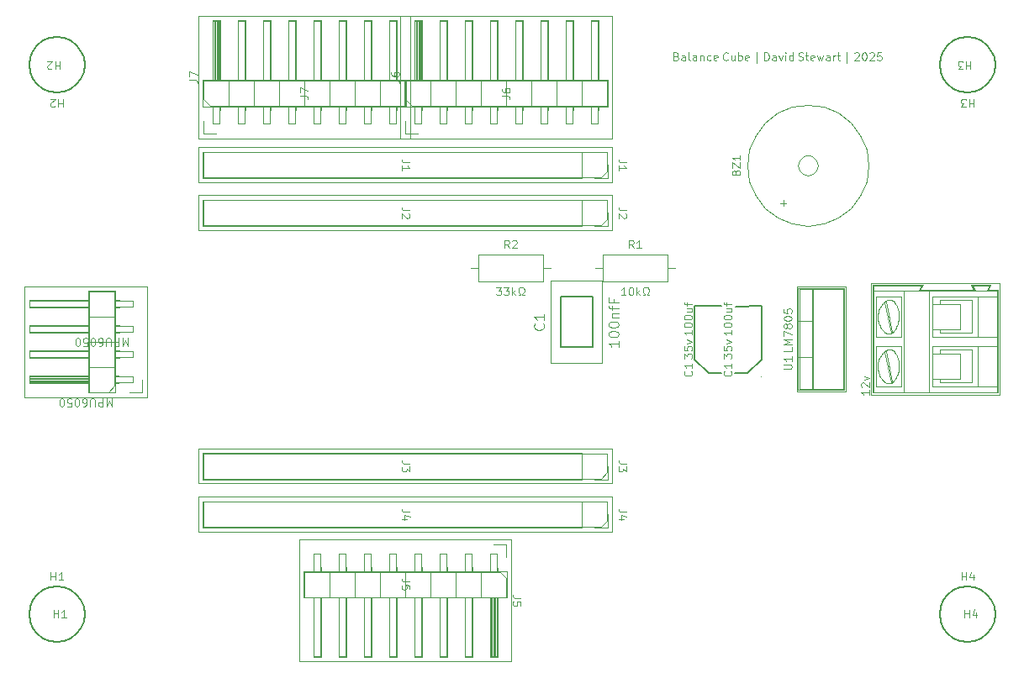
<source format=gbr>
%TF.GenerationSoftware,Flux,Pcbnew,7.0.11-7.0.11~ubuntu20.04.1*%
%TF.CreationDate,2025-03-04T17:49:28+00:00*%
%TF.ProjectId,input,696e7075-742e-46b6-9963-61645f706362,rev?*%
%TF.SameCoordinates,Original*%
%TF.FileFunction,Legend,Top*%
%TF.FilePolarity,Positive*%
%FSLAX46Y46*%
G04 Gerber Fmt 4.6, Leading zero omitted, Abs format (unit mm)*
G04 Filename: balance-board-2*
G04 Build it with Flux! Visit our site at: https://www.flux.ai (PCBNEW 7.0.11-7.0.11~ubuntu20.04.1) date 2025-03-04 17:49:28*
%MOMM*%
%LPD*%
G01*
G04 APERTURE LIST*
%ADD10C,0.095000*%
%ADD11C,0.120650*%
%ADD12C,0.100000*%
%ADD13C,0.120000*%
%ADD14C,0.050000*%
%ADD15C,0.060000*%
%ADD16C,0.150000*%
%ADD17C,0.200000*%
G04 APERTURE END LIST*
D10*
X-10165055Y18071747D02*
X-10736483Y18071747D01*
X-10736483Y18071747D02*
X-10850769Y18109842D01*
X-10850769Y18109842D02*
X-10926960Y18186033D01*
X-10926960Y18186033D02*
X-10965055Y18300318D01*
X-10965055Y18300318D02*
X-10965055Y18376509D01*
X-10965055Y17271747D02*
X-10965055Y17728890D01*
X-10965055Y17500318D02*
X-10165055Y17500318D01*
X-10165055Y17500318D02*
X-10279340Y17576509D01*
X-10279340Y17576509D02*
X-10355531Y17652699D01*
X-10355531Y17652699D02*
X-10393626Y17728890D01*
X11654944Y18071769D02*
X11083516Y18071769D01*
X11083516Y18071769D02*
X10969230Y18109864D01*
X10969230Y18109864D02*
X10893040Y18186055D01*
X10893040Y18186055D02*
X10854944Y18300340D01*
X10854944Y18300340D02*
X10854944Y18376531D01*
X10854944Y17271769D02*
X10854944Y17728912D01*
X10854944Y17500340D02*
X11654944Y17500340D01*
X11654944Y17500340D02*
X11540659Y17576531D01*
X11540659Y17576531D02*
X11464468Y17652721D01*
X11464468Y17652721D02*
X11426373Y17728912D01*
X-10165055Y13239247D02*
X-10736483Y13239247D01*
X-10736483Y13239247D02*
X-10850769Y13277342D01*
X-10850769Y13277342D02*
X-10926960Y13353533D01*
X-10926960Y13353533D02*
X-10965055Y13467818D01*
X-10965055Y13467818D02*
X-10965055Y13544009D01*
X-10241245Y12896390D02*
X-10203150Y12858294D01*
X-10203150Y12858294D02*
X-10165055Y12782104D01*
X-10165055Y12782104D02*
X-10165055Y12591628D01*
X-10165055Y12591628D02*
X-10203150Y12515437D01*
X-10203150Y12515437D02*
X-10241245Y12477342D01*
X-10241245Y12477342D02*
X-10317436Y12439247D01*
X-10317436Y12439247D02*
X-10393626Y12439247D01*
X-10393626Y12439247D02*
X-10507912Y12477342D01*
X-10507912Y12477342D02*
X-10965055Y12934485D01*
X-10965055Y12934485D02*
X-10965055Y12439247D01*
X11654944Y13239269D02*
X11083516Y13239269D01*
X11083516Y13239269D02*
X10969230Y13277364D01*
X10969230Y13277364D02*
X10893040Y13353555D01*
X10893040Y13353555D02*
X10854944Y13467840D01*
X10854944Y13467840D02*
X10854944Y13544031D01*
X11578754Y12896412D02*
X11616849Y12858316D01*
X11616849Y12858316D02*
X11654944Y12782126D01*
X11654944Y12782126D02*
X11654944Y12591650D01*
X11654944Y12591650D02*
X11616849Y12515459D01*
X11616849Y12515459D02*
X11578754Y12477364D01*
X11578754Y12477364D02*
X11502563Y12439269D01*
X11502563Y12439269D02*
X11426373Y12439269D01*
X11426373Y12439269D02*
X11312087Y12477364D01*
X11312087Y12477364D02*
X10854944Y12934507D01*
X10854944Y12934507D02*
X10854944Y12439269D01*
X-10165055Y-17152052D02*
X-10736483Y-17152052D01*
X-10736483Y-17152052D02*
X-10850769Y-17113957D01*
X-10850769Y-17113957D02*
X-10926960Y-17037766D01*
X-10926960Y-17037766D02*
X-10965055Y-16923481D01*
X-10965055Y-16923481D02*
X-10965055Y-16847290D01*
X-10431721Y-17875862D02*
X-10965055Y-17875862D01*
X-10126960Y-17685386D02*
X-10698388Y-17494909D01*
X-10698388Y-17494909D02*
X-10698388Y-17990148D01*
X11654944Y-17152030D02*
X11083516Y-17152030D01*
X11083516Y-17152030D02*
X10969230Y-17113935D01*
X10969230Y-17113935D02*
X10893040Y-17037744D01*
X10893040Y-17037744D02*
X10854944Y-16923459D01*
X10854944Y-16923459D02*
X10854944Y-16847268D01*
X11388278Y-17875840D02*
X10854944Y-17875840D01*
X11693040Y-17685364D02*
X11121611Y-17494887D01*
X11121611Y-17494887D02*
X11121611Y-17990126D01*
X-10165055Y-12284952D02*
X-10736483Y-12284952D01*
X-10736483Y-12284952D02*
X-10850769Y-12246857D01*
X-10850769Y-12246857D02*
X-10926960Y-12170666D01*
X-10926960Y-12170666D02*
X-10965055Y-12056381D01*
X-10965055Y-12056381D02*
X-10965055Y-11980190D01*
X-10165055Y-12589714D02*
X-10165055Y-13084952D01*
X-10165055Y-13084952D02*
X-10469817Y-12818286D01*
X-10469817Y-12818286D02*
X-10469817Y-12932571D01*
X-10469817Y-12932571D02*
X-10507912Y-13008762D01*
X-10507912Y-13008762D02*
X-10546007Y-13046857D01*
X-10546007Y-13046857D02*
X-10622198Y-13084952D01*
X-10622198Y-13084952D02*
X-10812674Y-13084952D01*
X-10812674Y-13084952D02*
X-10888864Y-13046857D01*
X-10888864Y-13046857D02*
X-10926960Y-13008762D01*
X-10926960Y-13008762D02*
X-10965055Y-12932571D01*
X-10965055Y-12932571D02*
X-10965055Y-12704000D01*
X-10965055Y-12704000D02*
X-10926960Y-12627809D01*
X-10926960Y-12627809D02*
X-10888864Y-12589714D01*
X11654944Y-12284930D02*
X11083516Y-12284930D01*
X11083516Y-12284930D02*
X10969230Y-12246835D01*
X10969230Y-12246835D02*
X10893040Y-12170644D01*
X10893040Y-12170644D02*
X10854944Y-12056359D01*
X10854944Y-12056359D02*
X10854944Y-11980168D01*
X11654944Y-12589692D02*
X11654944Y-13084930D01*
X11654944Y-13084930D02*
X11350182Y-12818264D01*
X11350182Y-12818264D02*
X11350182Y-12932549D01*
X11350182Y-12932549D02*
X11312087Y-13008740D01*
X11312087Y-13008740D02*
X11273992Y-13046835D01*
X11273992Y-13046835D02*
X11197801Y-13084930D01*
X11197801Y-13084930D02*
X11007325Y-13084930D01*
X11007325Y-13084930D02*
X10931135Y-13046835D01*
X10931135Y-13046835D02*
X10893040Y-13008740D01*
X10893040Y-13008740D02*
X10854944Y-12932549D01*
X10854944Y-12932549D02*
X10854944Y-12703978D01*
X10854944Y-12703978D02*
X10893040Y-12627787D01*
X10893040Y-12627787D02*
X10931135Y-12589692D01*
X-10165152Y-24202442D02*
X-10736580Y-24202442D01*
X-10736580Y-24202442D02*
X-10850866Y-24164347D01*
X-10850866Y-24164347D02*
X-10927057Y-24088156D01*
X-10927057Y-24088156D02*
X-10965152Y-23973871D01*
X-10965152Y-23973871D02*
X-10965152Y-23897680D01*
X-10165152Y-24964347D02*
X-10165152Y-24583395D01*
X-10165152Y-24583395D02*
X-10546104Y-24545299D01*
X-10546104Y-24545299D02*
X-10508009Y-24583395D01*
X-10508009Y-24583395D02*
X-10469914Y-24659585D01*
X-10469914Y-24659585D02*
X-10469914Y-24850061D01*
X-10469914Y-24850061D02*
X-10508009Y-24926252D01*
X-10508009Y-24926252D02*
X-10546104Y-24964347D01*
X-10546104Y-24964347D02*
X-10622295Y-25002442D01*
X-10622295Y-25002442D02*
X-10812771Y-25002442D01*
X-10812771Y-25002442D02*
X-10888961Y-24964347D01*
X-10888961Y-24964347D02*
X-10927057Y-24926252D01*
X-10927057Y-24926252D02*
X-10965152Y-24850061D01*
X-10965152Y-24850061D02*
X-10965152Y-24659585D01*
X-10965152Y-24659585D02*
X-10927057Y-24583395D01*
X-10927057Y-24583395D02*
X-10888961Y-24545299D01*
X994848Y-25817431D02*
X423420Y-25817431D01*
X423420Y-25817431D02*
X309134Y-25779336D01*
X309134Y-25779336D02*
X232944Y-25703145D01*
X232944Y-25703145D02*
X194848Y-25588860D01*
X194848Y-25588860D02*
X194848Y-25512669D01*
X994848Y-26579336D02*
X994848Y-26198384D01*
X994848Y-26198384D02*
X613896Y-26160288D01*
X613896Y-26160288D02*
X651991Y-26198384D01*
X651991Y-26198384D02*
X690086Y-26274574D01*
X690086Y-26274574D02*
X690086Y-26465050D01*
X690086Y-26465050D02*
X651991Y-26541241D01*
X651991Y-26541241D02*
X613896Y-26579336D01*
X613896Y-26579336D02*
X537705Y-26617431D01*
X537705Y-26617431D02*
X347229Y-26617431D01*
X347229Y-26617431D02*
X271039Y-26579336D01*
X271039Y-26579336D02*
X232944Y-26541241D01*
X232944Y-26541241D02*
X194848Y-26465050D01*
X194848Y-26465050D02*
X194848Y-26274574D01*
X194848Y-26274574D02*
X232944Y-26198384D01*
X232944Y-26198384D02*
X271039Y-26160288D01*
X-874854Y24765466D02*
X-303426Y24765466D01*
X-303426Y24765466D02*
X-189140Y24727371D01*
X-189140Y24727371D02*
X-112950Y24651180D01*
X-112950Y24651180D02*
X-74854Y24536895D01*
X-74854Y24536895D02*
X-74854Y24460704D01*
X-874854Y25489276D02*
X-874854Y25336895D01*
X-874854Y25336895D02*
X-836759Y25260704D01*
X-836759Y25260704D02*
X-798664Y25222609D01*
X-798664Y25222609D02*
X-684378Y25146419D01*
X-684378Y25146419D02*
X-531997Y25108323D01*
X-531997Y25108323D02*
X-227235Y25108323D01*
X-227235Y25108323D02*
X-151045Y25146419D01*
X-151045Y25146419D02*
X-112950Y25184514D01*
X-112950Y25184514D02*
X-74854Y25260704D01*
X-74854Y25260704D02*
X-74854Y25413085D01*
X-74854Y25413085D02*
X-112950Y25489276D01*
X-112950Y25489276D02*
X-151045Y25527371D01*
X-151045Y25527371D02*
X-227235Y25565466D01*
X-227235Y25565466D02*
X-417711Y25565466D01*
X-417711Y25565466D02*
X-493902Y25527371D01*
X-493902Y25527371D02*
X-531997Y25489276D01*
X-531997Y25489276D02*
X-570092Y25413085D01*
X-570092Y25413085D02*
X-570092Y25260704D01*
X-570092Y25260704D02*
X-531997Y25184514D01*
X-531997Y25184514D02*
X-493902Y25146419D01*
X-493902Y25146419D02*
X-417711Y25108323D01*
X-12034860Y26380425D02*
X-11463432Y26380425D01*
X-11463432Y26380425D02*
X-11349146Y26342330D01*
X-11349146Y26342330D02*
X-11272956Y26266139D01*
X-11272956Y26266139D02*
X-11234860Y26151854D01*
X-11234860Y26151854D02*
X-11234860Y26075663D01*
X-12034860Y27104235D02*
X-12034860Y26951854D01*
X-12034860Y26951854D02*
X-11996765Y26875663D01*
X-11996765Y26875663D02*
X-11958670Y26837568D01*
X-11958670Y26837568D02*
X-11844384Y26761378D01*
X-11844384Y26761378D02*
X-11692003Y26723282D01*
X-11692003Y26723282D02*
X-11387241Y26723282D01*
X-11387241Y26723282D02*
X-11311051Y26761378D01*
X-11311051Y26761378D02*
X-11272956Y26799473D01*
X-11272956Y26799473D02*
X-11234860Y26875663D01*
X-11234860Y26875663D02*
X-11234860Y27028044D01*
X-11234860Y27028044D02*
X-11272956Y27104235D01*
X-11272956Y27104235D02*
X-11311051Y27142330D01*
X-11311051Y27142330D02*
X-11387241Y27180425D01*
X-11387241Y27180425D02*
X-11577717Y27180425D01*
X-11577717Y27180425D02*
X-11653908Y27142330D01*
X-11653908Y27142330D02*
X-11692003Y27104235D01*
X-11692003Y27104235D02*
X-11730098Y27028044D01*
X-11730098Y27028044D02*
X-11730098Y26875663D01*
X-11730098Y26875663D02*
X-11692003Y26799473D01*
X-11692003Y26799473D02*
X-11653908Y26761378D01*
X-11653908Y26761378D02*
X-11577717Y26723282D01*
X-21194854Y24765366D02*
X-20623426Y24765366D01*
X-20623426Y24765366D02*
X-20509140Y24727271D01*
X-20509140Y24727271D02*
X-20432950Y24651080D01*
X-20432950Y24651080D02*
X-20394854Y24536795D01*
X-20394854Y24536795D02*
X-20394854Y24460604D01*
X-21194854Y25070128D02*
X-21194854Y25603462D01*
X-21194854Y25603462D02*
X-20394854Y25260604D01*
X-32354860Y26380325D02*
X-31783432Y26380325D01*
X-31783432Y26380325D02*
X-31669146Y26342230D01*
X-31669146Y26342230D02*
X-31592956Y26266039D01*
X-31592956Y26266039D02*
X-31554860Y26151754D01*
X-31554860Y26151754D02*
X-31554860Y26075563D01*
X-32354860Y26685087D02*
X-32354860Y27218421D01*
X-32354860Y27218421D02*
X-31554860Y26875563D01*
X36117662Y-4877169D02*
X36117662Y-5334312D01*
X36117662Y-5105740D02*
X35317662Y-5105740D01*
X35317662Y-5105740D02*
X35431947Y-5181931D01*
X35431947Y-5181931D02*
X35508138Y-5258121D01*
X35508138Y-5258121D02*
X35546233Y-5334312D01*
X35393852Y-4572407D02*
X35355757Y-4534311D01*
X35355757Y-4534311D02*
X35317662Y-4458121D01*
X35317662Y-4458121D02*
X35317662Y-4267645D01*
X35317662Y-4267645D02*
X35355757Y-4191454D01*
X35355757Y-4191454D02*
X35393852Y-4153359D01*
X35393852Y-4153359D02*
X35470043Y-4115264D01*
X35470043Y-4115264D02*
X35546233Y-4115264D01*
X35546233Y-4115264D02*
X35660519Y-4153359D01*
X35660519Y-4153359D02*
X36117662Y-4610502D01*
X36117662Y-4610502D02*
X36117662Y-4115264D01*
X35584328Y-3848597D02*
X36117662Y-3658121D01*
X36117662Y-3658121D02*
X35584328Y-3467644D01*
X27512646Y-2768587D02*
X28160265Y-2768587D01*
X28160265Y-2768587D02*
X28236455Y-2730492D01*
X28236455Y-2730492D02*
X28274551Y-2692397D01*
X28274551Y-2692397D02*
X28312646Y-2616206D01*
X28312646Y-2616206D02*
X28312646Y-2463825D01*
X28312646Y-2463825D02*
X28274551Y-2387635D01*
X28274551Y-2387635D02*
X28236455Y-2349540D01*
X28236455Y-2349540D02*
X28160265Y-2311444D01*
X28160265Y-2311444D02*
X27512646Y-2311444D01*
X28312646Y-1511445D02*
X28312646Y-1968588D01*
X28312646Y-1740016D02*
X27512646Y-1740016D01*
X27512646Y-1740016D02*
X27626931Y-1816207D01*
X27626931Y-1816207D02*
X27703122Y-1892397D01*
X27703122Y-1892397D02*
X27741217Y-1968588D01*
X28312646Y-559064D02*
X28312646Y-940016D01*
X28312646Y-940016D02*
X27512646Y-940016D01*
X28312646Y-292397D02*
X27512646Y-292397D01*
X27512646Y-292397D02*
X28084074Y-25731D01*
X28084074Y-25731D02*
X27512646Y240935D01*
X27512646Y240935D02*
X28312646Y240935D01*
X27512646Y545697D02*
X27512646Y1079031D01*
X27512646Y1079031D02*
X28312646Y736173D01*
X27855503Y1498078D02*
X27817408Y1421888D01*
X27817408Y1421888D02*
X27779312Y1383793D01*
X27779312Y1383793D02*
X27703122Y1345697D01*
X27703122Y1345697D02*
X27665027Y1345697D01*
X27665027Y1345697D02*
X27588836Y1383793D01*
X27588836Y1383793D02*
X27550741Y1421888D01*
X27550741Y1421888D02*
X27512646Y1498078D01*
X27512646Y1498078D02*
X27512646Y1650459D01*
X27512646Y1650459D02*
X27550741Y1726650D01*
X27550741Y1726650D02*
X27588836Y1764745D01*
X27588836Y1764745D02*
X27665027Y1802840D01*
X27665027Y1802840D02*
X27703122Y1802840D01*
X27703122Y1802840D02*
X27779312Y1764745D01*
X27779312Y1764745D02*
X27817408Y1726650D01*
X27817408Y1726650D02*
X27855503Y1650459D01*
X27855503Y1650459D02*
X27855503Y1498078D01*
X27855503Y1498078D02*
X27893598Y1421888D01*
X27893598Y1421888D02*
X27931693Y1383793D01*
X27931693Y1383793D02*
X28007884Y1345697D01*
X28007884Y1345697D02*
X28160265Y1345697D01*
X28160265Y1345697D02*
X28236455Y1383793D01*
X28236455Y1383793D02*
X28274551Y1421888D01*
X28274551Y1421888D02*
X28312646Y1498078D01*
X28312646Y1498078D02*
X28312646Y1650459D01*
X28312646Y1650459D02*
X28274551Y1726650D01*
X28274551Y1726650D02*
X28236455Y1764745D01*
X28236455Y1764745D02*
X28160265Y1802840D01*
X28160265Y1802840D02*
X28007884Y1802840D01*
X28007884Y1802840D02*
X27931693Y1764745D01*
X27931693Y1764745D02*
X27893598Y1726650D01*
X27893598Y1726650D02*
X27855503Y1650459D01*
X27512646Y2298079D02*
X27512646Y2374269D01*
X27512646Y2374269D02*
X27550741Y2450460D01*
X27550741Y2450460D02*
X27588836Y2488555D01*
X27588836Y2488555D02*
X27665027Y2526650D01*
X27665027Y2526650D02*
X27817408Y2564745D01*
X27817408Y2564745D02*
X28007884Y2564745D01*
X28007884Y2564745D02*
X28160265Y2526650D01*
X28160265Y2526650D02*
X28236455Y2488555D01*
X28236455Y2488555D02*
X28274551Y2450460D01*
X28274551Y2450460D02*
X28312646Y2374269D01*
X28312646Y2374269D02*
X28312646Y2298079D01*
X28312646Y2298079D02*
X28274551Y2221888D01*
X28274551Y2221888D02*
X28236455Y2183793D01*
X28236455Y2183793D02*
X28160265Y2145698D01*
X28160265Y2145698D02*
X28007884Y2107602D01*
X28007884Y2107602D02*
X27817408Y2107602D01*
X27817408Y2107602D02*
X27665027Y2145698D01*
X27665027Y2145698D02*
X27588836Y2183793D01*
X27588836Y2183793D02*
X27550741Y2221888D01*
X27550741Y2221888D02*
X27512646Y2298079D01*
X27512646Y3288555D02*
X27512646Y2907603D01*
X27512646Y2907603D02*
X27893598Y2869507D01*
X27893598Y2869507D02*
X27855503Y2907603D01*
X27855503Y2907603D02*
X27817408Y2983793D01*
X27817408Y2983793D02*
X27817408Y3174269D01*
X27817408Y3174269D02*
X27855503Y3250460D01*
X27855503Y3250460D02*
X27893598Y3288555D01*
X27893598Y3288555D02*
X27969789Y3326650D01*
X27969789Y3326650D02*
X28160265Y3326650D01*
X28160265Y3326650D02*
X28236455Y3288555D01*
X28236455Y3288555D02*
X28274551Y3250460D01*
X28274551Y3250460D02*
X28312646Y3174269D01*
X28312646Y3174269D02*
X28312646Y2983793D01*
X28312646Y2983793D02*
X28274551Y2907603D01*
X28274551Y2907603D02*
X28236455Y2869507D01*
X27512646Y-2768587D02*
X28160265Y-2768587D01*
X28160265Y-2768587D02*
X28236455Y-2730492D01*
X28236455Y-2730492D02*
X28274551Y-2692397D01*
X28274551Y-2692397D02*
X28312646Y-2616206D01*
X28312646Y-2616206D02*
X28312646Y-2463825D01*
X28312646Y-2463825D02*
X28274551Y-2387635D01*
X28274551Y-2387635D02*
X28236455Y-2349540D01*
X28236455Y-2349540D02*
X28160265Y-2311444D01*
X28160265Y-2311444D02*
X27512646Y-2311444D01*
X28312646Y-1511445D02*
X28312646Y-1968588D01*
X28312646Y-1740016D02*
X27512646Y-1740016D01*
X27512646Y-1740016D02*
X27626931Y-1816207D01*
X27626931Y-1816207D02*
X27703122Y-1892397D01*
X27703122Y-1892397D02*
X27741217Y-1968588D01*
X28312646Y-559064D02*
X28312646Y-940016D01*
X28312646Y-940016D02*
X27512646Y-940016D01*
X28312646Y-292397D02*
X27512646Y-292397D01*
X27512646Y-292397D02*
X28084074Y-25731D01*
X28084074Y-25731D02*
X27512646Y240935D01*
X27512646Y240935D02*
X28312646Y240935D01*
X27512646Y545697D02*
X27512646Y1079031D01*
X27512646Y1079031D02*
X28312646Y736173D01*
X27855503Y1498078D02*
X27817408Y1421888D01*
X27817408Y1421888D02*
X27779312Y1383793D01*
X27779312Y1383793D02*
X27703122Y1345697D01*
X27703122Y1345697D02*
X27665027Y1345697D01*
X27665027Y1345697D02*
X27588836Y1383793D01*
X27588836Y1383793D02*
X27550741Y1421888D01*
X27550741Y1421888D02*
X27512646Y1498078D01*
X27512646Y1498078D02*
X27512646Y1650459D01*
X27512646Y1650459D02*
X27550741Y1726650D01*
X27550741Y1726650D02*
X27588836Y1764745D01*
X27588836Y1764745D02*
X27665027Y1802840D01*
X27665027Y1802840D02*
X27703122Y1802840D01*
X27703122Y1802840D02*
X27779312Y1764745D01*
X27779312Y1764745D02*
X27817408Y1726650D01*
X27817408Y1726650D02*
X27855503Y1650459D01*
X27855503Y1650459D02*
X27855503Y1498078D01*
X27855503Y1498078D02*
X27893598Y1421888D01*
X27893598Y1421888D02*
X27931693Y1383793D01*
X27931693Y1383793D02*
X28007884Y1345697D01*
X28007884Y1345697D02*
X28160265Y1345697D01*
X28160265Y1345697D02*
X28236455Y1383793D01*
X28236455Y1383793D02*
X28274551Y1421888D01*
X28274551Y1421888D02*
X28312646Y1498078D01*
X28312646Y1498078D02*
X28312646Y1650459D01*
X28312646Y1650459D02*
X28274551Y1726650D01*
X28274551Y1726650D02*
X28236455Y1764745D01*
X28236455Y1764745D02*
X28160265Y1802840D01*
X28160265Y1802840D02*
X28007884Y1802840D01*
X28007884Y1802840D02*
X27931693Y1764745D01*
X27931693Y1764745D02*
X27893598Y1726650D01*
X27893598Y1726650D02*
X27855503Y1650459D01*
X27512646Y2298079D02*
X27512646Y2374269D01*
X27512646Y2374269D02*
X27550741Y2450460D01*
X27550741Y2450460D02*
X27588836Y2488555D01*
X27588836Y2488555D02*
X27665027Y2526650D01*
X27665027Y2526650D02*
X27817408Y2564745D01*
X27817408Y2564745D02*
X28007884Y2564745D01*
X28007884Y2564745D02*
X28160265Y2526650D01*
X28160265Y2526650D02*
X28236455Y2488555D01*
X28236455Y2488555D02*
X28274551Y2450460D01*
X28274551Y2450460D02*
X28312646Y2374269D01*
X28312646Y2374269D02*
X28312646Y2298079D01*
X28312646Y2298079D02*
X28274551Y2221888D01*
X28274551Y2221888D02*
X28236455Y2183793D01*
X28236455Y2183793D02*
X28160265Y2145698D01*
X28160265Y2145698D02*
X28007884Y2107602D01*
X28007884Y2107602D02*
X27817408Y2107602D01*
X27817408Y2107602D02*
X27665027Y2145698D01*
X27665027Y2145698D02*
X27588836Y2183793D01*
X27588836Y2183793D02*
X27550741Y2221888D01*
X27550741Y2221888D02*
X27512646Y2298079D01*
X27512646Y3288555D02*
X27512646Y2907603D01*
X27512646Y2907603D02*
X27893598Y2869507D01*
X27893598Y2869507D02*
X27855503Y2907603D01*
X27855503Y2907603D02*
X27817408Y2983793D01*
X27817408Y2983793D02*
X27817408Y3174269D01*
X27817408Y3174269D02*
X27855503Y3250460D01*
X27855503Y3250460D02*
X27893598Y3288555D01*
X27893598Y3288555D02*
X27969789Y3326650D01*
X27969789Y3326650D02*
X28160265Y3326650D01*
X28160265Y3326650D02*
X28236455Y3288555D01*
X28236455Y3288555D02*
X28274551Y3250460D01*
X28274551Y3250460D02*
X28312646Y3174269D01*
X28312646Y3174269D02*
X28312646Y2983793D01*
X28312646Y2983793D02*
X28274551Y2907603D01*
X28274551Y2907603D02*
X28236455Y2869507D01*
X22186964Y-2965504D02*
X22225060Y-3003600D01*
X22225060Y-3003600D02*
X22263155Y-3117885D01*
X22263155Y-3117885D02*
X22263155Y-3194076D01*
X22263155Y-3194076D02*
X22225060Y-3308362D01*
X22225060Y-3308362D02*
X22148869Y-3384552D01*
X22148869Y-3384552D02*
X22072679Y-3422647D01*
X22072679Y-3422647D02*
X21920298Y-3460743D01*
X21920298Y-3460743D02*
X21806012Y-3460743D01*
X21806012Y-3460743D02*
X21653631Y-3422647D01*
X21653631Y-3422647D02*
X21577440Y-3384552D01*
X21577440Y-3384552D02*
X21501250Y-3308362D01*
X21501250Y-3308362D02*
X21463155Y-3194076D01*
X21463155Y-3194076D02*
X21463155Y-3117885D01*
X21463155Y-3117885D02*
X21501250Y-3003600D01*
X21501250Y-3003600D02*
X21539345Y-2965504D01*
X22263155Y-2203600D02*
X22263155Y-2660743D01*
X22263155Y-2432171D02*
X21463155Y-2432171D01*
X21463155Y-2432171D02*
X21577440Y-2508362D01*
X21577440Y-2508362D02*
X21653631Y-2584552D01*
X21653631Y-2584552D02*
X21691726Y-2660743D01*
X21463155Y-1708362D02*
X21463155Y-1213124D01*
X21463155Y-1213124D02*
X21767917Y-1479790D01*
X21767917Y-1479790D02*
X21767917Y-1365505D01*
X21767917Y-1365505D02*
X21806012Y-1289314D01*
X21806012Y-1289314D02*
X21844107Y-1251219D01*
X21844107Y-1251219D02*
X21920298Y-1213124D01*
X21920298Y-1213124D02*
X22110774Y-1213124D01*
X22110774Y-1213124D02*
X22186964Y-1251219D01*
X22186964Y-1251219D02*
X22225060Y-1289314D01*
X22225060Y-1289314D02*
X22263155Y-1365505D01*
X22263155Y-1365505D02*
X22263155Y-1594076D01*
X22263155Y-1594076D02*
X22225060Y-1670267D01*
X22225060Y-1670267D02*
X22186964Y-1708362D01*
X21463155Y-489314D02*
X21463155Y-870266D01*
X21463155Y-870266D02*
X21844107Y-908362D01*
X21844107Y-908362D02*
X21806012Y-870266D01*
X21806012Y-870266D02*
X21767917Y-794076D01*
X21767917Y-794076D02*
X21767917Y-603600D01*
X21767917Y-603600D02*
X21806012Y-527409D01*
X21806012Y-527409D02*
X21844107Y-489314D01*
X21844107Y-489314D02*
X21920298Y-451219D01*
X21920298Y-451219D02*
X22110774Y-451219D01*
X22110774Y-451219D02*
X22186964Y-489314D01*
X22186964Y-489314D02*
X22225060Y-527409D01*
X22225060Y-527409D02*
X22263155Y-603600D01*
X22263155Y-603600D02*
X22263155Y-794076D01*
X22263155Y-794076D02*
X22225060Y-870266D01*
X22225060Y-870266D02*
X22186964Y-908362D01*
X21729821Y-184552D02*
X22263155Y5923D01*
X22263155Y5923D02*
X21729821Y196400D01*
X22263155Y1148780D02*
X22263155Y691637D01*
X22263155Y920209D02*
X21463155Y920209D01*
X21463155Y920209D02*
X21577440Y844018D01*
X21577440Y844018D02*
X21653631Y767828D01*
X21653631Y767828D02*
X21691726Y691637D01*
X21463155Y1644019D02*
X21463155Y1720209D01*
X21463155Y1720209D02*
X21501250Y1796400D01*
X21501250Y1796400D02*
X21539345Y1834495D01*
X21539345Y1834495D02*
X21615536Y1872590D01*
X21615536Y1872590D02*
X21767917Y1910685D01*
X21767917Y1910685D02*
X21958393Y1910685D01*
X21958393Y1910685D02*
X22110774Y1872590D01*
X22110774Y1872590D02*
X22186964Y1834495D01*
X22186964Y1834495D02*
X22225060Y1796400D01*
X22225060Y1796400D02*
X22263155Y1720209D01*
X22263155Y1720209D02*
X22263155Y1644019D01*
X22263155Y1644019D02*
X22225060Y1567828D01*
X22225060Y1567828D02*
X22186964Y1529733D01*
X22186964Y1529733D02*
X22110774Y1491638D01*
X22110774Y1491638D02*
X21958393Y1453542D01*
X21958393Y1453542D02*
X21767917Y1453542D01*
X21767917Y1453542D02*
X21615536Y1491638D01*
X21615536Y1491638D02*
X21539345Y1529733D01*
X21539345Y1529733D02*
X21501250Y1567828D01*
X21501250Y1567828D02*
X21463155Y1644019D01*
X21463155Y2405924D02*
X21463155Y2482114D01*
X21463155Y2482114D02*
X21501250Y2558305D01*
X21501250Y2558305D02*
X21539345Y2596400D01*
X21539345Y2596400D02*
X21615536Y2634495D01*
X21615536Y2634495D02*
X21767917Y2672590D01*
X21767917Y2672590D02*
X21958393Y2672590D01*
X21958393Y2672590D02*
X22110774Y2634495D01*
X22110774Y2634495D02*
X22186964Y2596400D01*
X22186964Y2596400D02*
X22225060Y2558305D01*
X22225060Y2558305D02*
X22263155Y2482114D01*
X22263155Y2482114D02*
X22263155Y2405924D01*
X22263155Y2405924D02*
X22225060Y2329733D01*
X22225060Y2329733D02*
X22186964Y2291638D01*
X22186964Y2291638D02*
X22110774Y2253543D01*
X22110774Y2253543D02*
X21958393Y2215447D01*
X21958393Y2215447D02*
X21767917Y2215447D01*
X21767917Y2215447D02*
X21615536Y2253543D01*
X21615536Y2253543D02*
X21539345Y2291638D01*
X21539345Y2291638D02*
X21501250Y2329733D01*
X21501250Y2329733D02*
X21463155Y2405924D01*
X21729821Y3358305D02*
X22263155Y3358305D01*
X21729821Y3015448D02*
X22148869Y3015448D01*
X22148869Y3015448D02*
X22225060Y3053543D01*
X22225060Y3053543D02*
X22263155Y3129733D01*
X22263155Y3129733D02*
X22263155Y3244019D01*
X22263155Y3244019D02*
X22225060Y3320210D01*
X22225060Y3320210D02*
X22186964Y3358305D01*
X21729821Y3624972D02*
X21729821Y3929734D01*
X22263155Y3739258D02*
X21577440Y3739258D01*
X21577440Y3739258D02*
X21501250Y3777353D01*
X21501250Y3777353D02*
X21463155Y3853543D01*
X21463155Y3853543D02*
X21463155Y3929734D01*
X18186964Y-2965519D02*
X18225060Y-3003615D01*
X18225060Y-3003615D02*
X18263155Y-3117900D01*
X18263155Y-3117900D02*
X18263155Y-3194091D01*
X18263155Y-3194091D02*
X18225060Y-3308377D01*
X18225060Y-3308377D02*
X18148869Y-3384567D01*
X18148869Y-3384567D02*
X18072679Y-3422662D01*
X18072679Y-3422662D02*
X17920298Y-3460758D01*
X17920298Y-3460758D02*
X17806012Y-3460758D01*
X17806012Y-3460758D02*
X17653631Y-3422662D01*
X17653631Y-3422662D02*
X17577440Y-3384567D01*
X17577440Y-3384567D02*
X17501250Y-3308377D01*
X17501250Y-3308377D02*
X17463155Y-3194091D01*
X17463155Y-3194091D02*
X17463155Y-3117900D01*
X17463155Y-3117900D02*
X17501250Y-3003615D01*
X17501250Y-3003615D02*
X17539345Y-2965519D01*
X18263155Y-2203615D02*
X18263155Y-2660758D01*
X18263155Y-2432186D02*
X17463155Y-2432186D01*
X17463155Y-2432186D02*
X17577440Y-2508377D01*
X17577440Y-2508377D02*
X17653631Y-2584567D01*
X17653631Y-2584567D02*
X17691726Y-2660758D01*
X17463155Y-1708377D02*
X17463155Y-1213139D01*
X17463155Y-1213139D02*
X17767917Y-1479805D01*
X17767917Y-1479805D02*
X17767917Y-1365520D01*
X17767917Y-1365520D02*
X17806012Y-1289329D01*
X17806012Y-1289329D02*
X17844107Y-1251234D01*
X17844107Y-1251234D02*
X17920298Y-1213139D01*
X17920298Y-1213139D02*
X18110774Y-1213139D01*
X18110774Y-1213139D02*
X18186964Y-1251234D01*
X18186964Y-1251234D02*
X18225060Y-1289329D01*
X18225060Y-1289329D02*
X18263155Y-1365520D01*
X18263155Y-1365520D02*
X18263155Y-1594091D01*
X18263155Y-1594091D02*
X18225060Y-1670282D01*
X18225060Y-1670282D02*
X18186964Y-1708377D01*
X17463155Y-489329D02*
X17463155Y-870281D01*
X17463155Y-870281D02*
X17844107Y-908377D01*
X17844107Y-908377D02*
X17806012Y-870281D01*
X17806012Y-870281D02*
X17767917Y-794091D01*
X17767917Y-794091D02*
X17767917Y-603615D01*
X17767917Y-603615D02*
X17806012Y-527424D01*
X17806012Y-527424D02*
X17844107Y-489329D01*
X17844107Y-489329D02*
X17920298Y-451234D01*
X17920298Y-451234D02*
X18110774Y-451234D01*
X18110774Y-451234D02*
X18186964Y-489329D01*
X18186964Y-489329D02*
X18225060Y-527424D01*
X18225060Y-527424D02*
X18263155Y-603615D01*
X18263155Y-603615D02*
X18263155Y-794091D01*
X18263155Y-794091D02*
X18225060Y-870281D01*
X18225060Y-870281D02*
X18186964Y-908377D01*
X17729821Y-184567D02*
X18263155Y5908D01*
X18263155Y5908D02*
X17729821Y196385D01*
X18263155Y1148765D02*
X18263155Y691622D01*
X18263155Y920194D02*
X17463155Y920194D01*
X17463155Y920194D02*
X17577440Y844003D01*
X17577440Y844003D02*
X17653631Y767813D01*
X17653631Y767813D02*
X17691726Y691622D01*
X17463155Y1644004D02*
X17463155Y1720194D01*
X17463155Y1720194D02*
X17501250Y1796385D01*
X17501250Y1796385D02*
X17539345Y1834480D01*
X17539345Y1834480D02*
X17615536Y1872575D01*
X17615536Y1872575D02*
X17767917Y1910670D01*
X17767917Y1910670D02*
X17958393Y1910670D01*
X17958393Y1910670D02*
X18110774Y1872575D01*
X18110774Y1872575D02*
X18186964Y1834480D01*
X18186964Y1834480D02*
X18225060Y1796385D01*
X18225060Y1796385D02*
X18263155Y1720194D01*
X18263155Y1720194D02*
X18263155Y1644004D01*
X18263155Y1644004D02*
X18225060Y1567813D01*
X18225060Y1567813D02*
X18186964Y1529718D01*
X18186964Y1529718D02*
X18110774Y1491623D01*
X18110774Y1491623D02*
X17958393Y1453527D01*
X17958393Y1453527D02*
X17767917Y1453527D01*
X17767917Y1453527D02*
X17615536Y1491623D01*
X17615536Y1491623D02*
X17539345Y1529718D01*
X17539345Y1529718D02*
X17501250Y1567813D01*
X17501250Y1567813D02*
X17463155Y1644004D01*
X17463155Y2405909D02*
X17463155Y2482099D01*
X17463155Y2482099D02*
X17501250Y2558290D01*
X17501250Y2558290D02*
X17539345Y2596385D01*
X17539345Y2596385D02*
X17615536Y2634480D01*
X17615536Y2634480D02*
X17767917Y2672575D01*
X17767917Y2672575D02*
X17958393Y2672575D01*
X17958393Y2672575D02*
X18110774Y2634480D01*
X18110774Y2634480D02*
X18186964Y2596385D01*
X18186964Y2596385D02*
X18225060Y2558290D01*
X18225060Y2558290D02*
X18263155Y2482099D01*
X18263155Y2482099D02*
X18263155Y2405909D01*
X18263155Y2405909D02*
X18225060Y2329718D01*
X18225060Y2329718D02*
X18186964Y2291623D01*
X18186964Y2291623D02*
X18110774Y2253528D01*
X18110774Y2253528D02*
X17958393Y2215432D01*
X17958393Y2215432D02*
X17767917Y2215432D01*
X17767917Y2215432D02*
X17615536Y2253528D01*
X17615536Y2253528D02*
X17539345Y2291623D01*
X17539345Y2291623D02*
X17501250Y2329718D01*
X17501250Y2329718D02*
X17463155Y2405909D01*
X17729821Y3358290D02*
X18263155Y3358290D01*
X17729821Y3015433D02*
X18148869Y3015433D01*
X18148869Y3015433D02*
X18225060Y3053528D01*
X18225060Y3053528D02*
X18263155Y3129718D01*
X18263155Y3129718D02*
X18263155Y3244004D01*
X18263155Y3244004D02*
X18225060Y3320195D01*
X18225060Y3320195D02*
X18186964Y3358290D01*
X17729821Y3624957D02*
X17729821Y3929719D01*
X18263155Y3739243D02*
X17577440Y3739243D01*
X17577440Y3739243D02*
X17501250Y3777338D01*
X17501250Y3777338D02*
X17463155Y3853528D01*
X17463155Y3853528D02*
X17463155Y3929719D01*
X27470593Y13640329D02*
X27470593Y14249853D01*
X27775355Y13945091D02*
X27165831Y13945091D01*
X22696293Y17050311D02*
X22734388Y17164597D01*
X22734388Y17164597D02*
X22772484Y17202692D01*
X22772484Y17202692D02*
X22848674Y17240788D01*
X22848674Y17240788D02*
X22962960Y17240788D01*
X22962960Y17240788D02*
X23039150Y17202692D01*
X23039150Y17202692D02*
X23077246Y17164597D01*
X23077246Y17164597D02*
X23115341Y17088407D01*
X23115341Y17088407D02*
X23115341Y16783645D01*
X23115341Y16783645D02*
X22315341Y16783645D01*
X22315341Y16783645D02*
X22315341Y17050311D01*
X22315341Y17050311D02*
X22353436Y17126502D01*
X22353436Y17126502D02*
X22391531Y17164597D01*
X22391531Y17164597D02*
X22467722Y17202692D01*
X22467722Y17202692D02*
X22543912Y17202692D01*
X22543912Y17202692D02*
X22620103Y17164597D01*
X22620103Y17164597D02*
X22658198Y17126502D01*
X22658198Y17126502D02*
X22696293Y17050311D01*
X22696293Y17050311D02*
X22696293Y16783645D01*
X22315341Y17507454D02*
X22315341Y18040788D01*
X22315341Y18040788D02*
X23115341Y17507454D01*
X23115341Y17507454D02*
X23115341Y18040788D01*
X23115341Y18764597D02*
X23115341Y18307454D01*
X23115341Y18536026D02*
X22315341Y18536026D01*
X22315341Y18536026D02*
X22429626Y18459835D01*
X22429626Y18459835D02*
X22505817Y18383645D01*
X22505817Y18383645D02*
X22543912Y18307454D01*
X-38548266Y365162D02*
X-38548266Y-434837D01*
X-38548266Y-434837D02*
X-38814932Y136590D01*
X-38814932Y136590D02*
X-39081599Y-434837D01*
X-39081599Y-434837D02*
X-39081599Y365162D01*
X-39462552Y365162D02*
X-39462552Y-434837D01*
X-39462552Y-434837D02*
X-39767314Y-434837D01*
X-39767314Y-434837D02*
X-39843504Y-396742D01*
X-39843504Y-396742D02*
X-39881599Y-358647D01*
X-39881599Y-358647D02*
X-39919695Y-282456D01*
X-39919695Y-282456D02*
X-39919695Y-168171D01*
X-39919695Y-168171D02*
X-39881599Y-91980D01*
X-39881599Y-91980D02*
X-39843504Y-53885D01*
X-39843504Y-53885D02*
X-39767314Y-15790D01*
X-39767314Y-15790D02*
X-39462552Y-15790D01*
X-40262552Y-434837D02*
X-40262552Y212781D01*
X-40262552Y212781D02*
X-40300647Y288971D01*
X-40300647Y288971D02*
X-40338742Y327067D01*
X-40338742Y327067D02*
X-40414933Y365162D01*
X-40414933Y365162D02*
X-40567314Y365162D01*
X-40567314Y365162D02*
X-40643504Y327067D01*
X-40643504Y327067D02*
X-40681599Y288971D01*
X-40681599Y288971D02*
X-40719695Y212781D01*
X-40719695Y212781D02*
X-40719695Y-434837D01*
X-41443504Y-434837D02*
X-41291123Y-434837D01*
X-41291123Y-434837D02*
X-41214932Y-396742D01*
X-41214932Y-396742D02*
X-41176837Y-358647D01*
X-41176837Y-358647D02*
X-41100647Y-244361D01*
X-41100647Y-244361D02*
X-41062551Y-91980D01*
X-41062551Y-91980D02*
X-41062551Y212781D01*
X-41062551Y212781D02*
X-41100647Y288971D01*
X-41100647Y288971D02*
X-41138742Y327067D01*
X-41138742Y327067D02*
X-41214932Y365162D01*
X-41214932Y365162D02*
X-41367313Y365162D01*
X-41367313Y365162D02*
X-41443504Y327067D01*
X-41443504Y327067D02*
X-41481599Y288971D01*
X-41481599Y288971D02*
X-41519694Y212781D01*
X-41519694Y212781D02*
X-41519694Y22305D01*
X-41519694Y22305D02*
X-41481599Y-53885D01*
X-41481599Y-53885D02*
X-41443504Y-91980D01*
X-41443504Y-91980D02*
X-41367313Y-130075D01*
X-41367313Y-130075D02*
X-41214932Y-130075D01*
X-41214932Y-130075D02*
X-41138742Y-91980D01*
X-41138742Y-91980D02*
X-41100647Y-53885D01*
X-41100647Y-53885D02*
X-41062551Y22305D01*
X-42014933Y-434837D02*
X-42091123Y-434837D01*
X-42091123Y-434837D02*
X-42167314Y-396742D01*
X-42167314Y-396742D02*
X-42205409Y-358647D01*
X-42205409Y-358647D02*
X-42243504Y-282456D01*
X-42243504Y-282456D02*
X-42281599Y-130075D01*
X-42281599Y-130075D02*
X-42281599Y60400D01*
X-42281599Y60400D02*
X-42243504Y212781D01*
X-42243504Y212781D02*
X-42205409Y288971D01*
X-42205409Y288971D02*
X-42167314Y327067D01*
X-42167314Y327067D02*
X-42091123Y365162D01*
X-42091123Y365162D02*
X-42014933Y365162D01*
X-42014933Y365162D02*
X-41938742Y327067D01*
X-41938742Y327067D02*
X-41900647Y288971D01*
X-41900647Y288971D02*
X-41862552Y212781D01*
X-41862552Y212781D02*
X-41824456Y60400D01*
X-41824456Y60400D02*
X-41824456Y-130075D01*
X-41824456Y-130075D02*
X-41862552Y-282456D01*
X-41862552Y-282456D02*
X-41900647Y-358647D01*
X-41900647Y-358647D02*
X-41938742Y-396742D01*
X-41938742Y-396742D02*
X-42014933Y-434837D01*
X-43005409Y-434837D02*
X-42624457Y-434837D01*
X-42624457Y-434837D02*
X-42586361Y-53885D01*
X-42586361Y-53885D02*
X-42624457Y-91980D01*
X-42624457Y-91980D02*
X-42700647Y-130075D01*
X-42700647Y-130075D02*
X-42891123Y-130075D01*
X-42891123Y-130075D02*
X-42967314Y-91980D01*
X-42967314Y-91980D02*
X-43005409Y-53885D01*
X-43005409Y-53885D02*
X-43043504Y22305D01*
X-43043504Y22305D02*
X-43043504Y212781D01*
X-43043504Y212781D02*
X-43005409Y288971D01*
X-43005409Y288971D02*
X-42967314Y327067D01*
X-42967314Y327067D02*
X-42891123Y365162D01*
X-42891123Y365162D02*
X-42700647Y365162D01*
X-42700647Y365162D02*
X-42624457Y327067D01*
X-42624457Y327067D02*
X-42586361Y288971D01*
X-43538743Y-434837D02*
X-43614933Y-434837D01*
X-43614933Y-434837D02*
X-43691124Y-396742D01*
X-43691124Y-396742D02*
X-43729219Y-358647D01*
X-43729219Y-358647D02*
X-43767314Y-282456D01*
X-43767314Y-282456D02*
X-43805409Y-130075D01*
X-43805409Y-130075D02*
X-43805409Y60400D01*
X-43805409Y60400D02*
X-43767314Y212781D01*
X-43767314Y212781D02*
X-43729219Y288971D01*
X-43729219Y288971D02*
X-43691124Y327067D01*
X-43691124Y327067D02*
X-43614933Y365162D01*
X-43614933Y365162D02*
X-43538743Y365162D01*
X-43538743Y365162D02*
X-43462552Y327067D01*
X-43462552Y327067D02*
X-43424457Y288971D01*
X-43424457Y288971D02*
X-43386362Y212781D01*
X-43386362Y212781D02*
X-43348266Y60400D01*
X-43348266Y60400D02*
X-43348266Y-130075D01*
X-43348266Y-130075D02*
X-43386362Y-282456D01*
X-43386362Y-282456D02*
X-43424457Y-358647D01*
X-43424457Y-358647D02*
X-43462552Y-396742D01*
X-43462552Y-396742D02*
X-43538743Y-434837D01*
X-40163282Y-5714832D02*
X-40163282Y-6514832D01*
X-40163282Y-6514832D02*
X-40429948Y-5943404D01*
X-40429948Y-5943404D02*
X-40696615Y-6514832D01*
X-40696615Y-6514832D02*
X-40696615Y-5714832D01*
X-41077568Y-5714832D02*
X-41077568Y-6514832D01*
X-41077568Y-6514832D02*
X-41382330Y-6514832D01*
X-41382330Y-6514832D02*
X-41458520Y-6476737D01*
X-41458520Y-6476737D02*
X-41496615Y-6438642D01*
X-41496615Y-6438642D02*
X-41534711Y-6362451D01*
X-41534711Y-6362451D02*
X-41534711Y-6248166D01*
X-41534711Y-6248166D02*
X-41496615Y-6171975D01*
X-41496615Y-6171975D02*
X-41458520Y-6133880D01*
X-41458520Y-6133880D02*
X-41382330Y-6095785D01*
X-41382330Y-6095785D02*
X-41077568Y-6095785D01*
X-41877568Y-6514832D02*
X-41877568Y-5867213D01*
X-41877568Y-5867213D02*
X-41915663Y-5791023D01*
X-41915663Y-5791023D02*
X-41953758Y-5752928D01*
X-41953758Y-5752928D02*
X-42029949Y-5714832D01*
X-42029949Y-5714832D02*
X-42182330Y-5714832D01*
X-42182330Y-5714832D02*
X-42258520Y-5752928D01*
X-42258520Y-5752928D02*
X-42296615Y-5791023D01*
X-42296615Y-5791023D02*
X-42334711Y-5867213D01*
X-42334711Y-5867213D02*
X-42334711Y-6514832D01*
X-43058520Y-6514832D02*
X-42906139Y-6514832D01*
X-42906139Y-6514832D02*
X-42829948Y-6476737D01*
X-42829948Y-6476737D02*
X-42791853Y-6438642D01*
X-42791853Y-6438642D02*
X-42715663Y-6324356D01*
X-42715663Y-6324356D02*
X-42677567Y-6171975D01*
X-42677567Y-6171975D02*
X-42677567Y-5867213D01*
X-42677567Y-5867213D02*
X-42715663Y-5791023D01*
X-42715663Y-5791023D02*
X-42753758Y-5752928D01*
X-42753758Y-5752928D02*
X-42829948Y-5714832D01*
X-42829948Y-5714832D02*
X-42982329Y-5714832D01*
X-42982329Y-5714832D02*
X-43058520Y-5752928D01*
X-43058520Y-5752928D02*
X-43096615Y-5791023D01*
X-43096615Y-5791023D02*
X-43134710Y-5867213D01*
X-43134710Y-5867213D02*
X-43134710Y-6057689D01*
X-43134710Y-6057689D02*
X-43096615Y-6133880D01*
X-43096615Y-6133880D02*
X-43058520Y-6171975D01*
X-43058520Y-6171975D02*
X-42982329Y-6210070D01*
X-42982329Y-6210070D02*
X-42829948Y-6210070D01*
X-42829948Y-6210070D02*
X-42753758Y-6171975D01*
X-42753758Y-6171975D02*
X-42715663Y-6133880D01*
X-42715663Y-6133880D02*
X-42677567Y-6057689D01*
X-43629949Y-6514832D02*
X-43706139Y-6514832D01*
X-43706139Y-6514832D02*
X-43782330Y-6476737D01*
X-43782330Y-6476737D02*
X-43820425Y-6438642D01*
X-43820425Y-6438642D02*
X-43858520Y-6362451D01*
X-43858520Y-6362451D02*
X-43896615Y-6210070D01*
X-43896615Y-6210070D02*
X-43896615Y-6019594D01*
X-43896615Y-6019594D02*
X-43858520Y-5867213D01*
X-43858520Y-5867213D02*
X-43820425Y-5791023D01*
X-43820425Y-5791023D02*
X-43782330Y-5752928D01*
X-43782330Y-5752928D02*
X-43706139Y-5714832D01*
X-43706139Y-5714832D02*
X-43629949Y-5714832D01*
X-43629949Y-5714832D02*
X-43553758Y-5752928D01*
X-43553758Y-5752928D02*
X-43515663Y-5791023D01*
X-43515663Y-5791023D02*
X-43477568Y-5867213D01*
X-43477568Y-5867213D02*
X-43439472Y-6019594D01*
X-43439472Y-6019594D02*
X-43439472Y-6210070D01*
X-43439472Y-6210070D02*
X-43477568Y-6362451D01*
X-43477568Y-6362451D02*
X-43515663Y-6438642D01*
X-43515663Y-6438642D02*
X-43553758Y-6476737D01*
X-43553758Y-6476737D02*
X-43629949Y-6514832D01*
X-44620425Y-6514832D02*
X-44239473Y-6514832D01*
X-44239473Y-6514832D02*
X-44201377Y-6133880D01*
X-44201377Y-6133880D02*
X-44239473Y-6171975D01*
X-44239473Y-6171975D02*
X-44315663Y-6210070D01*
X-44315663Y-6210070D02*
X-44506139Y-6210070D01*
X-44506139Y-6210070D02*
X-44582330Y-6171975D01*
X-44582330Y-6171975D02*
X-44620425Y-6133880D01*
X-44620425Y-6133880D02*
X-44658520Y-6057689D01*
X-44658520Y-6057689D02*
X-44658520Y-5867213D01*
X-44658520Y-5867213D02*
X-44620425Y-5791023D01*
X-44620425Y-5791023D02*
X-44582330Y-5752928D01*
X-44582330Y-5752928D02*
X-44506139Y-5714832D01*
X-44506139Y-5714832D02*
X-44315663Y-5714832D01*
X-44315663Y-5714832D02*
X-44239473Y-5752928D01*
X-44239473Y-5752928D02*
X-44201377Y-5791023D01*
X-45153759Y-6514832D02*
X-45229949Y-6514832D01*
X-45229949Y-6514832D02*
X-45306140Y-6476737D01*
X-45306140Y-6476737D02*
X-45344235Y-6438642D01*
X-45344235Y-6438642D02*
X-45382330Y-6362451D01*
X-45382330Y-6362451D02*
X-45420425Y-6210070D01*
X-45420425Y-6210070D02*
X-45420425Y-6019594D01*
X-45420425Y-6019594D02*
X-45382330Y-5867213D01*
X-45382330Y-5867213D02*
X-45344235Y-5791023D01*
X-45344235Y-5791023D02*
X-45306140Y-5752928D01*
X-45306140Y-5752928D02*
X-45229949Y-5714832D01*
X-45229949Y-5714832D02*
X-45153759Y-5714832D01*
X-45153759Y-5714832D02*
X-45077568Y-5752928D01*
X-45077568Y-5752928D02*
X-45039473Y-5791023D01*
X-45039473Y-5791023D02*
X-45001378Y-5867213D01*
X-45001378Y-5867213D02*
X-44963282Y-6019594D01*
X-44963282Y-6019594D02*
X-44963282Y-6210070D01*
X-44963282Y-6210070D02*
X-45001378Y-6362451D01*
X-45001378Y-6362451D02*
X-45039473Y-6438642D01*
X-45039473Y-6438642D02*
X-45077568Y-6476737D01*
X-45077568Y-6476737D02*
X-45153759Y-6514832D01*
X11611066Y4672344D02*
X11153923Y4672344D01*
X11382495Y4672344D02*
X11382495Y5472344D01*
X11382495Y5472344D02*
X11306304Y5358059D01*
X11306304Y5358059D02*
X11230114Y5281868D01*
X11230114Y5281868D02*
X11153923Y5243773D01*
X12106305Y5472344D02*
X12182495Y5472344D01*
X12182495Y5472344D02*
X12258686Y5434249D01*
X12258686Y5434249D02*
X12296781Y5396154D01*
X12296781Y5396154D02*
X12334876Y5319963D01*
X12334876Y5319963D02*
X12372971Y5167582D01*
X12372971Y5167582D02*
X12372971Y4977106D01*
X12372971Y4977106D02*
X12334876Y4824725D01*
X12334876Y4824725D02*
X12296781Y4748535D01*
X12296781Y4748535D02*
X12258686Y4710440D01*
X12258686Y4710440D02*
X12182495Y4672344D01*
X12182495Y4672344D02*
X12106305Y4672344D01*
X12106305Y4672344D02*
X12030114Y4710440D01*
X12030114Y4710440D02*
X11992019Y4748535D01*
X11992019Y4748535D02*
X11953924Y4824725D01*
X11953924Y4824725D02*
X11915828Y4977106D01*
X11915828Y4977106D02*
X11915828Y5167582D01*
X11915828Y5167582D02*
X11953924Y5319963D01*
X11953924Y5319963D02*
X11992019Y5396154D01*
X11992019Y5396154D02*
X12030114Y5434249D01*
X12030114Y5434249D02*
X12106305Y5472344D01*
X12715829Y4672344D02*
X12715829Y5472344D01*
X12792019Y4977106D02*
X13020591Y4672344D01*
X13020591Y5205678D02*
X12715829Y4900916D01*
X13325352Y4672344D02*
X13515829Y4672344D01*
X13515829Y4672344D02*
X13515829Y4824725D01*
X13515829Y4824725D02*
X13439638Y4862820D01*
X13439638Y4862820D02*
X13363448Y4939011D01*
X13363448Y4939011D02*
X13325352Y5053297D01*
X13325352Y5053297D02*
X13325352Y5243773D01*
X13325352Y5243773D02*
X13363448Y5358059D01*
X13363448Y5358059D02*
X13439638Y5434249D01*
X13439638Y5434249D02*
X13553924Y5472344D01*
X13553924Y5472344D02*
X13706305Y5472344D01*
X13706305Y5472344D02*
X13820591Y5434249D01*
X13820591Y5434249D02*
X13896781Y5358059D01*
X13896781Y5358059D02*
X13934876Y5243773D01*
X13934876Y5243773D02*
X13934876Y5053297D01*
X13934876Y5053297D02*
X13896781Y4939011D01*
X13896781Y4939011D02*
X13820591Y4862820D01*
X13820591Y4862820D02*
X13744400Y4824725D01*
X13744400Y4824725D02*
X13744400Y4672344D01*
X13744400Y4672344D02*
X13934876Y4672344D01*
X12411067Y9412344D02*
X12144400Y9793297D01*
X11953924Y9412344D02*
X11953924Y10212344D01*
X11953924Y10212344D02*
X12258686Y10212344D01*
X12258686Y10212344D02*
X12334876Y10174249D01*
X12334876Y10174249D02*
X12372971Y10136154D01*
X12372971Y10136154D02*
X12411067Y10059963D01*
X12411067Y10059963D02*
X12411067Y9945678D01*
X12411067Y9945678D02*
X12372971Y9869487D01*
X12372971Y9869487D02*
X12334876Y9831392D01*
X12334876Y9831392D02*
X12258686Y9793297D01*
X12258686Y9793297D02*
X11953924Y9793297D01*
X13172971Y9412344D02*
X12715828Y9412344D01*
X12944400Y9412344D02*
X12944400Y10212344D01*
X12944400Y10212344D02*
X12868209Y10098059D01*
X12868209Y10098059D02*
X12792019Y10021868D01*
X12792019Y10021868D02*
X12715828Y9983773D01*
X-1428571Y5472344D02*
X-933333Y5472344D01*
X-933333Y5472344D02*
X-1199999Y5167582D01*
X-1199999Y5167582D02*
X-1085714Y5167582D01*
X-1085714Y5167582D02*
X-1009523Y5129487D01*
X-1009523Y5129487D02*
X-971428Y5091392D01*
X-971428Y5091392D02*
X-933333Y5015201D01*
X-933333Y5015201D02*
X-933333Y4824725D01*
X-933333Y4824725D02*
X-971428Y4748535D01*
X-971428Y4748535D02*
X-1009523Y4710440D01*
X-1009523Y4710440D02*
X-1085714Y4672344D01*
X-1085714Y4672344D02*
X-1314285Y4672344D01*
X-1314285Y4672344D02*
X-1390476Y4710440D01*
X-1390476Y4710440D02*
X-1428571Y4748535D01*
X-666666Y5472344D02*
X-171428Y5472344D01*
X-171428Y5472344D02*
X-438094Y5167582D01*
X-438094Y5167582D02*
X-323809Y5167582D01*
X-323809Y5167582D02*
X-247618Y5129487D01*
X-247618Y5129487D02*
X-209523Y5091392D01*
X-209523Y5091392D02*
X-171428Y5015201D01*
X-171428Y5015201D02*
X-171428Y4824725D01*
X-171428Y4824725D02*
X-209523Y4748535D01*
X-209523Y4748535D02*
X-247618Y4710440D01*
X-247618Y4710440D02*
X-323809Y4672344D01*
X-323809Y4672344D02*
X-552380Y4672344D01*
X-552380Y4672344D02*
X-628571Y4710440D01*
X-628571Y4710440D02*
X-666666Y4748535D01*
X171429Y4672344D02*
X171429Y5472344D01*
X247619Y4977106D02*
X476191Y4672344D01*
X476191Y5205678D02*
X171429Y4900916D01*
X780952Y4672344D02*
X971429Y4672344D01*
X971429Y4672344D02*
X971429Y4824725D01*
X971429Y4824725D02*
X895238Y4862820D01*
X895238Y4862820D02*
X819048Y4939011D01*
X819048Y4939011D02*
X780952Y5053297D01*
X780952Y5053297D02*
X780952Y5243773D01*
X780952Y5243773D02*
X819048Y5358059D01*
X819048Y5358059D02*
X895238Y5434249D01*
X895238Y5434249D02*
X1009524Y5472344D01*
X1009524Y5472344D02*
X1161905Y5472344D01*
X1161905Y5472344D02*
X1276191Y5434249D01*
X1276191Y5434249D02*
X1352381Y5358059D01*
X1352381Y5358059D02*
X1390476Y5243773D01*
X1390476Y5243773D02*
X1390476Y5053297D01*
X1390476Y5053297D02*
X1352381Y4939011D01*
X1352381Y4939011D02*
X1276191Y4862820D01*
X1276191Y4862820D02*
X1200000Y4824725D01*
X1200000Y4824725D02*
X1200000Y4672344D01*
X1200000Y4672344D02*
X1390476Y4672344D01*
X-133332Y9412344D02*
X-399999Y9793297D01*
X-590475Y9412344D02*
X-590475Y10212344D01*
X-590475Y10212344D02*
X-285713Y10212344D01*
X-285713Y10212344D02*
X-209523Y10174249D01*
X-209523Y10174249D02*
X-171428Y10136154D01*
X-171428Y10136154D02*
X-133332Y10059963D01*
X-133332Y10059963D02*
X-133332Y9945678D01*
X-133332Y9945678D02*
X-171428Y9869487D01*
X-171428Y9869487D02*
X-209523Y9831392D01*
X-209523Y9831392D02*
X-285713Y9793297D01*
X-285713Y9793297D02*
X-590475Y9793297D01*
X171428Y10136154D02*
X209524Y10174249D01*
X209524Y10174249D02*
X285714Y10212344D01*
X285714Y10212344D02*
X476190Y10212344D01*
X476190Y10212344D02*
X552381Y10174249D01*
X552381Y10174249D02*
X590476Y10136154D01*
X590476Y10136154D02*
X628571Y10059963D01*
X628571Y10059963D02*
X628571Y9983773D01*
X628571Y9983773D02*
X590476Y9869487D01*
X590476Y9869487D02*
X133333Y9412344D01*
X133333Y9412344D02*
X628571Y9412344D01*
D11*
X10883837Y77148D02*
X10883837Y-503423D01*
X10883837Y-213137D02*
X9867837Y-213137D01*
X9867837Y-213137D02*
X10012980Y-309899D01*
X10012980Y-309899D02*
X10109742Y-406661D01*
X10109742Y-406661D02*
X10158123Y-503423D01*
X9867837Y706100D02*
X9867837Y802862D01*
X9867837Y802862D02*
X9916218Y899624D01*
X9916218Y899624D02*
X9964599Y948005D01*
X9964599Y948005D02*
X10061361Y996386D01*
X10061361Y996386D02*
X10254885Y1044767D01*
X10254885Y1044767D02*
X10496790Y1044767D01*
X10496790Y1044767D02*
X10690314Y996386D01*
X10690314Y996386D02*
X10787076Y948005D01*
X10787076Y948005D02*
X10835457Y899624D01*
X10835457Y899624D02*
X10883837Y802862D01*
X10883837Y802862D02*
X10883837Y706100D01*
X10883837Y706100D02*
X10835457Y609338D01*
X10835457Y609338D02*
X10787076Y560957D01*
X10787076Y560957D02*
X10690314Y512576D01*
X10690314Y512576D02*
X10496790Y464195D01*
X10496790Y464195D02*
X10254885Y464195D01*
X10254885Y464195D02*
X10061361Y512576D01*
X10061361Y512576D02*
X9964599Y560957D01*
X9964599Y560957D02*
X9916218Y609338D01*
X9916218Y609338D02*
X9867837Y706100D01*
X9867837Y1673719D02*
X9867837Y1770481D01*
X9867837Y1770481D02*
X9916218Y1867243D01*
X9916218Y1867243D02*
X9964599Y1915624D01*
X9964599Y1915624D02*
X10061361Y1964005D01*
X10061361Y1964005D02*
X10254885Y2012386D01*
X10254885Y2012386D02*
X10496790Y2012386D01*
X10496790Y2012386D02*
X10690314Y1964005D01*
X10690314Y1964005D02*
X10787076Y1915624D01*
X10787076Y1915624D02*
X10835457Y1867243D01*
X10835457Y1867243D02*
X10883837Y1770481D01*
X10883837Y1770481D02*
X10883837Y1673719D01*
X10883837Y1673719D02*
X10835457Y1576957D01*
X10835457Y1576957D02*
X10787076Y1528576D01*
X10787076Y1528576D02*
X10690314Y1480195D01*
X10690314Y1480195D02*
X10496790Y1431814D01*
X10496790Y1431814D02*
X10254885Y1431814D01*
X10254885Y1431814D02*
X10061361Y1480195D01*
X10061361Y1480195D02*
X9964599Y1528576D01*
X9964599Y1528576D02*
X9916218Y1576957D01*
X9916218Y1576957D02*
X9867837Y1673719D01*
X10206504Y2447814D02*
X10883837Y2447814D01*
X10303266Y2447814D02*
X10254885Y2496195D01*
X10254885Y2496195D02*
X10206504Y2592957D01*
X10206504Y2592957D02*
X10206504Y2738100D01*
X10206504Y2738100D02*
X10254885Y2834862D01*
X10254885Y2834862D02*
X10351647Y2883243D01*
X10351647Y2883243D02*
X10883837Y2883243D01*
X10206504Y3221909D02*
X10206504Y3608957D01*
X10883837Y3367052D02*
X10012980Y3367052D01*
X10012980Y3367052D02*
X9916218Y3415433D01*
X9916218Y3415433D02*
X9867837Y3512195D01*
X9867837Y3512195D02*
X9867837Y3608957D01*
X10351647Y4286290D02*
X10351647Y3947623D01*
X10883837Y3947623D02*
X9867837Y3947623D01*
X9867837Y3947623D02*
X9867837Y4431433D01*
X3276076Y1807953D02*
X3324457Y1759572D01*
X3324457Y1759572D02*
X3372837Y1614429D01*
X3372837Y1614429D02*
X3372837Y1517667D01*
X3372837Y1517667D02*
X3324457Y1372524D01*
X3324457Y1372524D02*
X3227695Y1275762D01*
X3227695Y1275762D02*
X3130933Y1227381D01*
X3130933Y1227381D02*
X2937409Y1179000D01*
X2937409Y1179000D02*
X2792266Y1179000D01*
X2792266Y1179000D02*
X2598742Y1227381D01*
X2598742Y1227381D02*
X2501980Y1275762D01*
X2501980Y1275762D02*
X2405218Y1372524D01*
X2405218Y1372524D02*
X2356837Y1517667D01*
X2356837Y1517667D02*
X2356837Y1614429D01*
X2356837Y1614429D02*
X2405218Y1759572D01*
X2405218Y1759572D02*
X2453599Y1807953D01*
X3372837Y2775572D02*
X3372837Y2195000D01*
X3372837Y2485286D02*
X2356837Y2485286D01*
X2356837Y2485286D02*
X2501980Y2388524D01*
X2501980Y2388524D02*
X2598742Y2291762D01*
X2598742Y2291762D02*
X2647123Y2195000D01*
D10*
X-46305523Y-24034855D02*
X-46305523Y-23234855D01*
X-46305523Y-23615807D02*
X-45848380Y-23615807D01*
X-45848380Y-24034855D02*
X-45848380Y-23234855D01*
X-45048381Y-24034855D02*
X-45505524Y-24034855D01*
X-45276952Y-24034855D02*
X-45276952Y-23234855D01*
X-45276952Y-23234855D02*
X-45353143Y-23349140D01*
X-45353143Y-23349140D02*
X-45429333Y-23425331D01*
X-45429333Y-23425331D02*
X-45505524Y-23463426D01*
X-46005523Y-27834855D02*
X-46005523Y-27034855D01*
X-46005523Y-27415807D02*
X-45548380Y-27415807D01*
X-45548380Y-27834855D02*
X-45548380Y-27034855D01*
X-44748381Y-27834855D02*
X-45205524Y-27834855D01*
X-44976952Y-27834855D02*
X-44976952Y-27034855D01*
X-44976952Y-27034855D02*
X-45053143Y-27149140D01*
X-45053143Y-27149140D02*
X-45129333Y-27225331D01*
X-45129333Y-27225331D02*
X-45205524Y-27263426D01*
X-45086486Y24466255D02*
X-45086486Y23666255D01*
X-45086486Y24047207D02*
X-45543629Y24047207D01*
X-45543629Y24466255D02*
X-45543629Y23666255D01*
X-45886485Y23742445D02*
X-45924581Y23704350D01*
X-45924581Y23704350D02*
X-46000771Y23666255D01*
X-46000771Y23666255D02*
X-46191247Y23666255D01*
X-46191247Y23666255D02*
X-46267438Y23704350D01*
X-46267438Y23704350D02*
X-46305533Y23742445D01*
X-46305533Y23742445D02*
X-46343628Y23818636D01*
X-46343628Y23818636D02*
X-46343628Y23894826D01*
X-46343628Y23894826D02*
X-46305533Y24009112D01*
X-46305533Y24009112D02*
X-45848390Y24466255D01*
X-45848390Y24466255D02*
X-46343628Y24466255D01*
X-45386476Y28266256D02*
X-45386476Y27466256D01*
X-45386476Y27847208D02*
X-45843619Y27847208D01*
X-45843619Y28266256D02*
X-45843619Y27466256D01*
X-46186475Y27542446D02*
X-46224571Y27504351D01*
X-46224571Y27504351D02*
X-46300761Y27466256D01*
X-46300761Y27466256D02*
X-46491237Y27466256D01*
X-46491237Y27466256D02*
X-46567428Y27504351D01*
X-46567428Y27504351D02*
X-46605523Y27542446D01*
X-46605523Y27542446D02*
X-46643618Y27618637D01*
X-46643618Y27618637D02*
X-46643618Y27694827D01*
X-46643618Y27694827D02*
X-46605523Y27809113D01*
X-46605523Y27809113D02*
X-46148380Y28266256D01*
X-46148380Y28266256D02*
X-46643618Y28266256D01*
X46624313Y24466255D02*
X46624313Y23666255D01*
X46624313Y24047207D02*
X46167170Y24047207D01*
X46167170Y24466255D02*
X46167170Y23666255D01*
X45862409Y23666255D02*
X45367171Y23666255D01*
X45367171Y23666255D02*
X45633837Y23971017D01*
X45633837Y23971017D02*
X45519552Y23971017D01*
X45519552Y23971017D02*
X45443361Y24009112D01*
X45443361Y24009112D02*
X45405266Y24047207D01*
X45405266Y24047207D02*
X45367171Y24123398D01*
X45367171Y24123398D02*
X45367171Y24313874D01*
X45367171Y24313874D02*
X45405266Y24390064D01*
X45405266Y24390064D02*
X45443361Y24428160D01*
X45443361Y24428160D02*
X45519552Y24466255D01*
X45519552Y24466255D02*
X45748123Y24466255D01*
X45748123Y24466255D02*
X45824314Y24428160D01*
X45824314Y24428160D02*
X45862409Y24390064D01*
X46324323Y28266256D02*
X46324323Y27466256D01*
X46324323Y27847208D02*
X45867180Y27847208D01*
X45867180Y28266256D02*
X45867180Y27466256D01*
X45562419Y27466256D02*
X45067181Y27466256D01*
X45067181Y27466256D02*
X45333847Y27771018D01*
X45333847Y27771018D02*
X45219562Y27771018D01*
X45219562Y27771018D02*
X45143371Y27809113D01*
X45143371Y27809113D02*
X45105276Y27847208D01*
X45105276Y27847208D02*
X45067181Y27923399D01*
X45067181Y27923399D02*
X45067181Y28113875D01*
X45067181Y28113875D02*
X45105276Y28190065D01*
X45105276Y28190065D02*
X45143371Y28228161D01*
X45143371Y28228161D02*
X45219562Y28266256D01*
X45219562Y28266256D02*
X45448133Y28266256D01*
X45448133Y28266256D02*
X45524324Y28228161D01*
X45524324Y28228161D02*
X45562419Y28190065D01*
X45405276Y-24034855D02*
X45405276Y-23234855D01*
X45405276Y-23615807D02*
X45862419Y-23615807D01*
X45862419Y-24034855D02*
X45862419Y-23234855D01*
X46586228Y-23501521D02*
X46586228Y-24034855D01*
X46395752Y-23196760D02*
X46205275Y-23768188D01*
X46205275Y-23768188D02*
X46700514Y-23768188D01*
X45705276Y-27834855D02*
X45705276Y-27034855D01*
X45705276Y-27415807D02*
X46162419Y-27415807D01*
X46162419Y-27834855D02*
X46162419Y-27034855D01*
X46886228Y-27301521D02*
X46886228Y-27834855D01*
X46695752Y-26996760D02*
X46505275Y-27568188D01*
X46505275Y-27568188D02*
X47000514Y-27568188D01*
X16692542Y28752492D02*
X16806828Y28714397D01*
X16806828Y28714397D02*
X16844923Y28676301D01*
X16844923Y28676301D02*
X16883019Y28600111D01*
X16883019Y28600111D02*
X16883019Y28485825D01*
X16883019Y28485825D02*
X16844923Y28409635D01*
X16844923Y28409635D02*
X16806828Y28371540D01*
X16806828Y28371540D02*
X16730638Y28333444D01*
X16730638Y28333444D02*
X16425876Y28333444D01*
X16425876Y28333444D02*
X16425876Y29133444D01*
X16425876Y29133444D02*
X16692542Y29133444D01*
X16692542Y29133444D02*
X16768733Y29095349D01*
X16768733Y29095349D02*
X16806828Y29057254D01*
X16806828Y29057254D02*
X16844923Y28981063D01*
X16844923Y28981063D02*
X16844923Y28904873D01*
X16844923Y28904873D02*
X16806828Y28828682D01*
X16806828Y28828682D02*
X16768733Y28790587D01*
X16768733Y28790587D02*
X16692542Y28752492D01*
X16692542Y28752492D02*
X16425876Y28752492D01*
X17568733Y28333444D02*
X17568733Y28752492D01*
X17568733Y28752492D02*
X17530638Y28828682D01*
X17530638Y28828682D02*
X17454447Y28866778D01*
X17454447Y28866778D02*
X17302066Y28866778D01*
X17302066Y28866778D02*
X17225876Y28828682D01*
X17568733Y28371540D02*
X17492542Y28333444D01*
X17492542Y28333444D02*
X17302066Y28333444D01*
X17302066Y28333444D02*
X17225876Y28371540D01*
X17225876Y28371540D02*
X17187780Y28447730D01*
X17187780Y28447730D02*
X17187780Y28523920D01*
X17187780Y28523920D02*
X17225876Y28600111D01*
X17225876Y28600111D02*
X17302066Y28638206D01*
X17302066Y28638206D02*
X17492542Y28638206D01*
X17492542Y28638206D02*
X17568733Y28676301D01*
X18063971Y28333444D02*
X17987781Y28371540D01*
X17987781Y28371540D02*
X17949686Y28447730D01*
X17949686Y28447730D02*
X17949686Y29133444D01*
X18711591Y28333444D02*
X18711591Y28752492D01*
X18711591Y28752492D02*
X18673496Y28828682D01*
X18673496Y28828682D02*
X18597305Y28866778D01*
X18597305Y28866778D02*
X18444924Y28866778D01*
X18444924Y28866778D02*
X18368734Y28828682D01*
X18711591Y28371540D02*
X18635400Y28333444D01*
X18635400Y28333444D02*
X18444924Y28333444D01*
X18444924Y28333444D02*
X18368734Y28371540D01*
X18368734Y28371540D02*
X18330638Y28447730D01*
X18330638Y28447730D02*
X18330638Y28523920D01*
X18330638Y28523920D02*
X18368734Y28600111D01*
X18368734Y28600111D02*
X18444924Y28638206D01*
X18444924Y28638206D02*
X18635400Y28638206D01*
X18635400Y28638206D02*
X18711591Y28676301D01*
X19092544Y28866778D02*
X19092544Y28333444D01*
X19092544Y28790587D02*
X19130639Y28828682D01*
X19130639Y28828682D02*
X19206829Y28866778D01*
X19206829Y28866778D02*
X19321115Y28866778D01*
X19321115Y28866778D02*
X19397306Y28828682D01*
X19397306Y28828682D02*
X19435401Y28752492D01*
X19435401Y28752492D02*
X19435401Y28333444D01*
X20159211Y28371540D02*
X20083020Y28333444D01*
X20083020Y28333444D02*
X19930639Y28333444D01*
X19930639Y28333444D02*
X19854449Y28371540D01*
X19854449Y28371540D02*
X19816354Y28409635D01*
X19816354Y28409635D02*
X19778258Y28485825D01*
X19778258Y28485825D02*
X19778258Y28714397D01*
X19778258Y28714397D02*
X19816354Y28790587D01*
X19816354Y28790587D02*
X19854449Y28828682D01*
X19854449Y28828682D02*
X19930639Y28866778D01*
X19930639Y28866778D02*
X20083020Y28866778D01*
X20083020Y28866778D02*
X20159211Y28828682D01*
X20806830Y28371540D02*
X20730639Y28333444D01*
X20730639Y28333444D02*
X20578258Y28333444D01*
X20578258Y28333444D02*
X20502068Y28371540D01*
X20502068Y28371540D02*
X20463972Y28447730D01*
X20463972Y28447730D02*
X20463972Y28752492D01*
X20463972Y28752492D02*
X20502068Y28828682D01*
X20502068Y28828682D02*
X20578258Y28866778D01*
X20578258Y28866778D02*
X20730639Y28866778D01*
X20730639Y28866778D02*
X20806830Y28828682D01*
X20806830Y28828682D02*
X20844925Y28752492D01*
X20844925Y28752492D02*
X20844925Y28676301D01*
X20844925Y28676301D02*
X20463972Y28600111D01*
X21873496Y28409635D02*
X21835400Y28371540D01*
X21835400Y28371540D02*
X21721115Y28333444D01*
X21721115Y28333444D02*
X21644924Y28333444D01*
X21644924Y28333444D02*
X21530638Y28371540D01*
X21530638Y28371540D02*
X21454448Y28447730D01*
X21454448Y28447730D02*
X21416353Y28523920D01*
X21416353Y28523920D02*
X21378257Y28676301D01*
X21378257Y28676301D02*
X21378257Y28790587D01*
X21378257Y28790587D02*
X21416353Y28942968D01*
X21416353Y28942968D02*
X21454448Y29019159D01*
X21454448Y29019159D02*
X21530638Y29095349D01*
X21530638Y29095349D02*
X21644924Y29133444D01*
X21644924Y29133444D02*
X21721115Y29133444D01*
X21721115Y29133444D02*
X21835400Y29095349D01*
X21835400Y29095349D02*
X21873496Y29057254D01*
X22559210Y28866778D02*
X22559210Y28333444D01*
X22216353Y28866778D02*
X22216353Y28447730D01*
X22216353Y28447730D02*
X22254448Y28371540D01*
X22254448Y28371540D02*
X22330638Y28333444D01*
X22330638Y28333444D02*
X22444924Y28333444D01*
X22444924Y28333444D02*
X22521115Y28371540D01*
X22521115Y28371540D02*
X22559210Y28409635D01*
X22940163Y28333444D02*
X22940163Y29133444D01*
X22940163Y28828682D02*
X23016353Y28866778D01*
X23016353Y28866778D02*
X23168734Y28866778D01*
X23168734Y28866778D02*
X23244925Y28828682D01*
X23244925Y28828682D02*
X23283020Y28790587D01*
X23283020Y28790587D02*
X23321115Y28714397D01*
X23321115Y28714397D02*
X23321115Y28485825D01*
X23321115Y28485825D02*
X23283020Y28409635D01*
X23283020Y28409635D02*
X23244925Y28371540D01*
X23244925Y28371540D02*
X23168734Y28333444D01*
X23168734Y28333444D02*
X23016353Y28333444D01*
X23016353Y28333444D02*
X22940163Y28371540D01*
X23968735Y28371540D02*
X23892544Y28333444D01*
X23892544Y28333444D02*
X23740163Y28333444D01*
X23740163Y28333444D02*
X23663973Y28371540D01*
X23663973Y28371540D02*
X23625877Y28447730D01*
X23625877Y28447730D02*
X23625877Y28752492D01*
X23625877Y28752492D02*
X23663973Y28828682D01*
X23663973Y28828682D02*
X23740163Y28866778D01*
X23740163Y28866778D02*
X23892544Y28866778D01*
X23892544Y28866778D02*
X23968735Y28828682D01*
X23968735Y28828682D02*
X24006830Y28752492D01*
X24006830Y28752492D02*
X24006830Y28676301D01*
X24006830Y28676301D02*
X23625877Y28600111D01*
X24768734Y28066778D02*
X24768734Y29209635D01*
X25568734Y28333444D02*
X25568734Y29133444D01*
X25568734Y29133444D02*
X25759210Y29133444D01*
X25759210Y29133444D02*
X25873496Y29095349D01*
X25873496Y29095349D02*
X25949686Y29019159D01*
X25949686Y29019159D02*
X25987781Y28942968D01*
X25987781Y28942968D02*
X26025877Y28790587D01*
X26025877Y28790587D02*
X26025877Y28676301D01*
X26025877Y28676301D02*
X25987781Y28523920D01*
X25987781Y28523920D02*
X25949686Y28447730D01*
X25949686Y28447730D02*
X25873496Y28371540D01*
X25873496Y28371540D02*
X25759210Y28333444D01*
X25759210Y28333444D02*
X25568734Y28333444D01*
X26711591Y28333444D02*
X26711591Y28752492D01*
X26711591Y28752492D02*
X26673496Y28828682D01*
X26673496Y28828682D02*
X26597305Y28866778D01*
X26597305Y28866778D02*
X26444924Y28866778D01*
X26444924Y28866778D02*
X26368734Y28828682D01*
X26711591Y28371540D02*
X26635400Y28333444D01*
X26635400Y28333444D02*
X26444924Y28333444D01*
X26444924Y28333444D02*
X26368734Y28371540D01*
X26368734Y28371540D02*
X26330638Y28447730D01*
X26330638Y28447730D02*
X26330638Y28523920D01*
X26330638Y28523920D02*
X26368734Y28600111D01*
X26368734Y28600111D02*
X26444924Y28638206D01*
X26444924Y28638206D02*
X26635400Y28638206D01*
X26635400Y28638206D02*
X26711591Y28676301D01*
X27016353Y28866778D02*
X27206829Y28333444D01*
X27206829Y28333444D02*
X27397306Y28866778D01*
X27702068Y28333444D02*
X27702068Y28866778D01*
X27702068Y29133444D02*
X27663972Y29095349D01*
X27663972Y29095349D02*
X27702068Y29057254D01*
X27702068Y29057254D02*
X27740163Y29095349D01*
X27740163Y29095349D02*
X27702068Y29133444D01*
X27702068Y29133444D02*
X27702068Y29057254D01*
X28425877Y28333444D02*
X28425877Y29133444D01*
X28425877Y28371540D02*
X28349686Y28333444D01*
X28349686Y28333444D02*
X28197305Y28333444D01*
X28197305Y28333444D02*
X28121115Y28371540D01*
X28121115Y28371540D02*
X28083020Y28409635D01*
X28083020Y28409635D02*
X28044924Y28485825D01*
X28044924Y28485825D02*
X28044924Y28714397D01*
X28044924Y28714397D02*
X28083020Y28790587D01*
X28083020Y28790587D02*
X28121115Y28828682D01*
X28121115Y28828682D02*
X28197305Y28866778D01*
X28197305Y28866778D02*
X28349686Y28866778D01*
X28349686Y28866778D02*
X28425877Y28828682D01*
X28997305Y28371540D02*
X29111591Y28333444D01*
X29111591Y28333444D02*
X29302067Y28333444D01*
X29302067Y28333444D02*
X29378258Y28371540D01*
X29378258Y28371540D02*
X29416353Y28409635D01*
X29416353Y28409635D02*
X29454448Y28485825D01*
X29454448Y28485825D02*
X29454448Y28562016D01*
X29454448Y28562016D02*
X29416353Y28638206D01*
X29416353Y28638206D02*
X29378258Y28676301D01*
X29378258Y28676301D02*
X29302067Y28714397D01*
X29302067Y28714397D02*
X29149686Y28752492D01*
X29149686Y28752492D02*
X29073496Y28790587D01*
X29073496Y28790587D02*
X29035401Y28828682D01*
X29035401Y28828682D02*
X28997305Y28904873D01*
X28997305Y28904873D02*
X28997305Y28981063D01*
X28997305Y28981063D02*
X29035401Y29057254D01*
X29035401Y29057254D02*
X29073496Y29095349D01*
X29073496Y29095349D02*
X29149686Y29133444D01*
X29149686Y29133444D02*
X29340163Y29133444D01*
X29340163Y29133444D02*
X29454448Y29095349D01*
X29683020Y28866778D02*
X29987782Y28866778D01*
X29797306Y29133444D02*
X29797306Y28447730D01*
X29797306Y28447730D02*
X29835401Y28371540D01*
X29835401Y28371540D02*
X29911591Y28333444D01*
X29911591Y28333444D02*
X29987782Y28333444D01*
X30559211Y28371540D02*
X30483020Y28333444D01*
X30483020Y28333444D02*
X30330639Y28333444D01*
X30330639Y28333444D02*
X30254449Y28371540D01*
X30254449Y28371540D02*
X30216353Y28447730D01*
X30216353Y28447730D02*
X30216353Y28752492D01*
X30216353Y28752492D02*
X30254449Y28828682D01*
X30254449Y28828682D02*
X30330639Y28866778D01*
X30330639Y28866778D02*
X30483020Y28866778D01*
X30483020Y28866778D02*
X30559211Y28828682D01*
X30559211Y28828682D02*
X30597306Y28752492D01*
X30597306Y28752492D02*
X30597306Y28676301D01*
X30597306Y28676301D02*
X30216353Y28600111D01*
X30863972Y28866778D02*
X31016353Y28333444D01*
X31016353Y28333444D02*
X31168734Y28714397D01*
X31168734Y28714397D02*
X31321115Y28333444D01*
X31321115Y28333444D02*
X31473496Y28866778D01*
X32121115Y28333444D02*
X32121115Y28752492D01*
X32121115Y28752492D02*
X32083020Y28828682D01*
X32083020Y28828682D02*
X32006829Y28866778D01*
X32006829Y28866778D02*
X31854448Y28866778D01*
X31854448Y28866778D02*
X31778258Y28828682D01*
X32121115Y28371540D02*
X32044924Y28333444D01*
X32044924Y28333444D02*
X31854448Y28333444D01*
X31854448Y28333444D02*
X31778258Y28371540D01*
X31778258Y28371540D02*
X31740162Y28447730D01*
X31740162Y28447730D02*
X31740162Y28523920D01*
X31740162Y28523920D02*
X31778258Y28600111D01*
X31778258Y28600111D02*
X31854448Y28638206D01*
X31854448Y28638206D02*
X32044924Y28638206D01*
X32044924Y28638206D02*
X32121115Y28676301D01*
X32502068Y28333444D02*
X32502068Y28866778D01*
X32502068Y28714397D02*
X32540163Y28790587D01*
X32540163Y28790587D02*
X32578258Y28828682D01*
X32578258Y28828682D02*
X32654449Y28866778D01*
X32654449Y28866778D02*
X32730639Y28866778D01*
X32883020Y28866778D02*
X33187782Y28866778D01*
X32997306Y29133444D02*
X32997306Y28447730D01*
X32997306Y28447730D02*
X33035401Y28371540D01*
X33035401Y28371540D02*
X33111591Y28333444D01*
X33111591Y28333444D02*
X33187782Y28333444D01*
X33873496Y28066778D02*
X33873496Y29209635D01*
X34635400Y29057254D02*
X34673496Y29095349D01*
X34673496Y29095349D02*
X34749686Y29133444D01*
X34749686Y29133444D02*
X34940162Y29133444D01*
X34940162Y29133444D02*
X35016353Y29095349D01*
X35016353Y29095349D02*
X35054448Y29057254D01*
X35054448Y29057254D02*
X35092543Y28981063D01*
X35092543Y28981063D02*
X35092543Y28904873D01*
X35092543Y28904873D02*
X35054448Y28790587D01*
X35054448Y28790587D02*
X34597305Y28333444D01*
X34597305Y28333444D02*
X35092543Y28333444D01*
X35587782Y29133444D02*
X35663972Y29133444D01*
X35663972Y29133444D02*
X35740163Y29095349D01*
X35740163Y29095349D02*
X35778258Y29057254D01*
X35778258Y29057254D02*
X35816353Y28981063D01*
X35816353Y28981063D02*
X35854448Y28828682D01*
X35854448Y28828682D02*
X35854448Y28638206D01*
X35854448Y28638206D02*
X35816353Y28485825D01*
X35816353Y28485825D02*
X35778258Y28409635D01*
X35778258Y28409635D02*
X35740163Y28371540D01*
X35740163Y28371540D02*
X35663972Y28333444D01*
X35663972Y28333444D02*
X35587782Y28333444D01*
X35587782Y28333444D02*
X35511591Y28371540D01*
X35511591Y28371540D02*
X35473496Y28409635D01*
X35473496Y28409635D02*
X35435401Y28485825D01*
X35435401Y28485825D02*
X35397305Y28638206D01*
X35397305Y28638206D02*
X35397305Y28828682D01*
X35397305Y28828682D02*
X35435401Y28981063D01*
X35435401Y28981063D02*
X35473496Y29057254D01*
X35473496Y29057254D02*
X35511591Y29095349D01*
X35511591Y29095349D02*
X35587782Y29133444D01*
X36159210Y29057254D02*
X36197306Y29095349D01*
X36197306Y29095349D02*
X36273496Y29133444D01*
X36273496Y29133444D02*
X36463972Y29133444D01*
X36463972Y29133444D02*
X36540163Y29095349D01*
X36540163Y29095349D02*
X36578258Y29057254D01*
X36578258Y29057254D02*
X36616353Y28981063D01*
X36616353Y28981063D02*
X36616353Y28904873D01*
X36616353Y28904873D02*
X36578258Y28790587D01*
X36578258Y28790587D02*
X36121115Y28333444D01*
X36121115Y28333444D02*
X36616353Y28333444D01*
X37340163Y29133444D02*
X36959211Y29133444D01*
X36959211Y29133444D02*
X36921115Y28752492D01*
X36921115Y28752492D02*
X36959211Y28790587D01*
X36959211Y28790587D02*
X37035401Y28828682D01*
X37035401Y28828682D02*
X37225877Y28828682D01*
X37225877Y28828682D02*
X37302068Y28790587D01*
X37302068Y28790587D02*
X37340163Y28752492D01*
X37340163Y28752492D02*
X37378258Y28676301D01*
X37378258Y28676301D02*
X37378258Y28485825D01*
X37378258Y28485825D02*
X37340163Y28409635D01*
X37340163Y28409635D02*
X37302068Y28371540D01*
X37302068Y28371540D02*
X37225877Y28333444D01*
X37225877Y28333444D02*
X37035401Y28333444D01*
X37035401Y28333444D02*
X36959211Y28371540D01*
X36959211Y28371540D02*
X36921115Y28409635D01*
D12*
%TO.C,*%
X9720099Y19075101D02*
X9720101Y17170101D01*
X9720101Y17170101D02*
X9085101Y16535101D01*
X9085101Y16535101D02*
X-30919899Y16535060D01*
X-30919899Y16535060D02*
X-30919901Y19075060D01*
X-30919901Y19075060D02*
X9720099Y19075101D01*
D13*
X7180099Y19135099D02*
X7180101Y16475099D01*
X7180099Y19135099D02*
X-30979901Y19135060D01*
X-30979901Y19135060D02*
X-30979899Y16475060D01*
X7180101Y16475099D02*
X-30979899Y16475060D01*
X9780101Y16475101D02*
X8450101Y16475100D01*
X9780100Y17805101D02*
X9780101Y16475101D01*
D14*
X10250098Y19605102D02*
X10250102Y16055102D01*
X10250102Y16055102D02*
X-31449898Y16055059D01*
X-31449898Y16055059D02*
X-31449902Y19605059D01*
X-31449902Y19605059D02*
X10250098Y19605102D01*
D12*
X9720099Y14242601D02*
X9720101Y12337601D01*
X9720101Y12337601D02*
X9085101Y11702601D01*
X9085101Y11702601D02*
X-30919899Y11702560D01*
X-30919899Y11702560D02*
X-30919901Y14242560D01*
X-30919901Y14242560D02*
X9720099Y14242601D01*
D13*
X7180099Y14302599D02*
X7180101Y11642599D01*
X7180099Y14302599D02*
X-30979901Y14302560D01*
X-30979901Y14302560D02*
X-30979899Y11642560D01*
X7180101Y11642599D02*
X-30979899Y11642560D01*
X9780101Y11642601D02*
X8450101Y11642600D01*
X9780100Y12972601D02*
X9780101Y11642601D01*
D14*
X10250098Y14772602D02*
X10250102Y11222602D01*
X10250102Y11222602D02*
X-31449898Y11222559D01*
X-31449898Y11222559D02*
X-31449902Y14772559D01*
X-31449902Y14772559D02*
X10250098Y14772602D01*
D12*
X9720099Y-16148699D02*
X9720101Y-18053699D01*
X9720101Y-18053699D02*
X9085101Y-18688699D01*
X9085101Y-18688699D02*
X-30919899Y-18688740D01*
X-30919899Y-18688740D02*
X-30919901Y-16148740D01*
X-30919901Y-16148740D02*
X9720099Y-16148699D01*
D13*
X7180099Y-16088701D02*
X7180101Y-18748701D01*
X7180099Y-16088701D02*
X-30979901Y-16088740D01*
X-30979901Y-16088740D02*
X-30979899Y-18748740D01*
X7180101Y-18748701D02*
X-30979899Y-18748740D01*
X9780101Y-18748699D02*
X8450101Y-18748700D01*
X9780100Y-17418699D02*
X9780101Y-18748699D01*
D14*
X10250098Y-15618698D02*
X10250102Y-19168698D01*
X10250102Y-19168698D02*
X-31449898Y-19168741D01*
X-31449898Y-19168741D02*
X-31449902Y-15618741D01*
X-31449902Y-15618741D02*
X10250098Y-15618698D01*
D12*
X9720099Y-11281599D02*
X9720101Y-13186599D01*
X9720101Y-13186599D02*
X9085101Y-13821599D01*
X9085101Y-13821599D02*
X-30919899Y-13821640D01*
X-30919899Y-13821640D02*
X-30919901Y-11281640D01*
X-30919901Y-11281640D02*
X9720099Y-11281599D01*
D13*
X7180099Y-11221601D02*
X7180101Y-13881601D01*
X7180099Y-11221601D02*
X-30979901Y-11221640D01*
X-30979901Y-11221640D02*
X-30979899Y-13881640D01*
X7180101Y-13881601D02*
X-30979899Y-13881640D01*
X9780101Y-13881599D02*
X8450101Y-13881600D01*
X9780100Y-12551599D02*
X9780101Y-13881599D01*
D14*
X10250098Y-10751598D02*
X10250102Y-14301598D01*
X10250102Y-14301598D02*
X-31449898Y-14301641D01*
X-31449898Y-14301641D02*
X-31449902Y-10751641D01*
X-31449902Y-10751641D02*
X10250098Y-10751598D01*
D12*
X-439998Y-23834099D02*
X-439996Y-25739099D01*
X-439996Y-25739099D02*
X-20759996Y-25739119D01*
X-20759996Y-25739119D02*
X-20759998Y-23199119D01*
X-20759998Y-23199119D02*
X-1074998Y-23199099D01*
X-1074998Y-23199099D02*
X-439998Y-23834099D01*
X-1390000Y-21379100D02*
X-1389998Y-23199100D01*
X-1390000Y-21379100D02*
X-2030000Y-21379100D01*
X-2030000Y-21379100D02*
X-2029998Y-23199100D01*
X-1389996Y-25739100D02*
X-1389990Y-31739100D01*
X-1389990Y-31739100D02*
X-2029990Y-31739100D01*
X-2029996Y-25739100D02*
X-2029990Y-31739100D01*
X-3930000Y-21379102D02*
X-3929998Y-23199102D01*
X-3930000Y-21379102D02*
X-4570000Y-21379103D01*
X-4570000Y-21379103D02*
X-4569998Y-23199103D01*
X-3929996Y-25739102D02*
X-3929990Y-31739102D01*
X-3929990Y-31739102D02*
X-4569990Y-31739103D01*
X-4569996Y-25739103D02*
X-4569990Y-31739103D01*
X-6470000Y-21379105D02*
X-6469998Y-23199105D01*
X-6470000Y-21379105D02*
X-7110000Y-21379106D01*
X-7110000Y-21379106D02*
X-7109998Y-23199106D01*
X-6469996Y-25739105D02*
X-6469990Y-31739105D01*
X-6469990Y-31739105D02*
X-7109990Y-31739106D01*
X-7109996Y-25739106D02*
X-7109990Y-31739106D01*
X-9010000Y-21379107D02*
X-9009998Y-23199107D01*
X-9010000Y-21379107D02*
X-9650000Y-21379108D01*
X-9650000Y-21379108D02*
X-9649998Y-23199108D01*
X-9009996Y-25739107D02*
X-9009990Y-31739107D01*
X-9009990Y-31739107D02*
X-9649990Y-31739108D01*
X-9649996Y-25739108D02*
X-9649990Y-31739108D01*
X-11550000Y-21379110D02*
X-11549998Y-23199110D01*
X-11550000Y-21379110D02*
X-12190000Y-21379111D01*
X-12190000Y-21379111D02*
X-12189998Y-23199111D01*
X-11549996Y-25739110D02*
X-11549990Y-31739110D01*
X-11549990Y-31739110D02*
X-12189990Y-31739111D01*
X-12189996Y-25739111D02*
X-12189990Y-31739111D01*
X-14090000Y-21379113D02*
X-14089998Y-23199113D01*
X-14090000Y-21379113D02*
X-14730000Y-21379113D01*
X-14730000Y-21379113D02*
X-14729998Y-23199113D01*
X-14089996Y-25739113D02*
X-14089990Y-31739113D01*
X-14089990Y-31739113D02*
X-14729990Y-31739113D01*
X-14729996Y-25739113D02*
X-14729990Y-31739113D01*
X-16630000Y-21379115D02*
X-16629998Y-23199115D01*
X-16630000Y-21379115D02*
X-17270000Y-21379116D01*
X-17270000Y-21379116D02*
X-17269998Y-23199116D01*
X-16629996Y-25739115D02*
X-16629990Y-31739115D01*
X-16629990Y-31739115D02*
X-17269990Y-31739116D01*
X-17269996Y-25739116D02*
X-17269990Y-31739116D01*
X-19170000Y-21379118D02*
X-19169998Y-23199118D01*
X-19170000Y-21379118D02*
X-19810000Y-21379118D01*
X-19810000Y-21379118D02*
X-19809998Y-23199118D01*
X-19169996Y-25739118D02*
X-19169990Y-31739118D01*
X-19169990Y-31739118D02*
X-19809990Y-31739118D01*
X-19809996Y-25739118D02*
X-19809990Y-31739118D01*
D13*
X-379999Y-23139099D02*
X-20819999Y-23139119D01*
X-20819999Y-23139119D02*
X-20819996Y-25799119D01*
X-20819996Y-25799119D02*
X-379996Y-25799099D01*
X-379996Y-25799099D02*
X-379999Y-23139099D01*
X-1329996Y-25799100D02*
X-1329990Y-31799100D01*
X-1329990Y-31799100D02*
X-2089990Y-31799100D01*
X-2089990Y-31799100D02*
X-2089996Y-25799100D01*
X-1389996Y-25799100D02*
X-1389990Y-31799100D01*
X-1509996Y-25799100D02*
X-1509990Y-31799100D01*
X-1629996Y-25799100D02*
X-1629990Y-31799100D01*
X-1749996Y-25799100D02*
X-1749990Y-31799100D01*
X-1869996Y-25799100D02*
X-1869990Y-31799100D01*
X-1989996Y-25799100D02*
X-1989990Y-31799100D01*
X-1329999Y-22809100D02*
X-1329999Y-23139100D01*
X-2089999Y-22809100D02*
X-2089999Y-23139100D01*
X-2979999Y-23139101D02*
X-2979996Y-25799101D01*
X-3869996Y-25799102D02*
X-3869990Y-31799102D01*
X-3869990Y-31799102D02*
X-4629990Y-31799103D01*
X-4629990Y-31799103D02*
X-4629996Y-25799103D01*
X-3869999Y-22742002D02*
X-3869999Y-23139102D01*
X-4629999Y-22742003D02*
X-4629999Y-23139103D01*
X-5519999Y-23139104D02*
X-5519996Y-25799104D01*
X-6409996Y-25799105D02*
X-6409990Y-31799105D01*
X-6409990Y-31799105D02*
X-7169990Y-31799106D01*
X-7169990Y-31799106D02*
X-7169996Y-25799106D01*
X-6409999Y-22742005D02*
X-6409999Y-23139105D01*
X-7169999Y-22742006D02*
X-7169999Y-23139106D01*
X-8059999Y-23139106D02*
X-8059996Y-25799106D01*
X-8949996Y-25799107D02*
X-8949990Y-31799107D01*
X-8949990Y-31799107D02*
X-9709990Y-31799108D01*
X-9709990Y-31799108D02*
X-9709996Y-25799108D01*
X-8949999Y-22742007D02*
X-8949999Y-23139107D01*
X-9709999Y-22742008D02*
X-9709999Y-23139108D01*
X-10599999Y-23139109D02*
X-10599996Y-25799109D01*
X-11489996Y-25799110D02*
X-11489990Y-31799110D01*
X-11489990Y-31799110D02*
X-12249990Y-31799111D01*
X-12249990Y-31799111D02*
X-12249996Y-25799111D01*
X-11489999Y-22742010D02*
X-11489999Y-23139110D01*
X-12249999Y-22742011D02*
X-12249999Y-23139111D01*
X-13139999Y-23139112D02*
X-13139996Y-25799112D01*
X-14029996Y-25799113D02*
X-14029990Y-31799113D01*
X-14029990Y-31799113D02*
X-14789990Y-31799113D01*
X-14789990Y-31799113D02*
X-14789996Y-25799113D01*
X-14029999Y-22742013D02*
X-14029999Y-23139113D01*
X-14789999Y-22742013D02*
X-14789999Y-23139113D01*
X-15679999Y-23139114D02*
X-15679996Y-25799114D01*
X-16569996Y-25799115D02*
X-16569990Y-31799115D01*
X-16569990Y-31799115D02*
X-17329990Y-31799116D01*
X-17329990Y-31799116D02*
X-17329996Y-25799116D01*
X-16569999Y-22742015D02*
X-16569999Y-23139115D01*
X-17329999Y-22742016D02*
X-17329999Y-23139116D01*
X-18219999Y-23139117D02*
X-18219996Y-25799117D01*
X-19109996Y-25799118D02*
X-19109990Y-31799118D01*
X-19109990Y-31799118D02*
X-19869990Y-31799119D01*
X-19869990Y-31799119D02*
X-19869996Y-25799119D01*
X-19109999Y-22742018D02*
X-19109999Y-23139118D01*
X-19869999Y-22742019D02*
X-19869999Y-23139119D01*
X-1710001Y-20429100D02*
X-440001Y-20429099D01*
X-440001Y-20429099D02*
X-440000Y-21699099D01*
D14*
X89998Y-19899098D02*
X-21260002Y-19899120D01*
X-21260002Y-19899120D02*
X-21259989Y-32249120D01*
X-21259989Y-32249120D02*
X90011Y-32249098D01*
X90011Y-32249098D02*
X89998Y-19899098D01*
D12*
X-10600008Y24397095D02*
X-10600015Y26302095D01*
X-10600015Y26302095D02*
X9719985Y26302170D01*
X9719985Y26302170D02*
X9719994Y23762170D01*
X9719994Y23762170D02*
X-9965006Y23762098D01*
X-9965006Y23762098D02*
X-10600008Y24397095D01*
X-9649999Y21942099D02*
X-9650006Y23762099D01*
X-9649999Y21942099D02*
X-9009999Y21942101D01*
X-9009999Y21942101D02*
X-9010006Y23762101D01*
X-9650015Y26302099D02*
X-9650037Y32302099D01*
X-9650037Y32302099D02*
X-9010037Y32302101D01*
X-9010015Y26302101D02*
X-9010037Y32302101D01*
X-7109999Y21942108D02*
X-7110006Y23762108D01*
X-7109999Y21942108D02*
X-6469999Y21942111D01*
X-6469999Y21942111D02*
X-6470006Y23762111D01*
X-7110015Y26302108D02*
X-7110037Y32302108D01*
X-7110037Y32302108D02*
X-6470037Y32302111D01*
X-6470015Y26302111D02*
X-6470037Y32302111D01*
X-4569999Y21942117D02*
X-4570006Y23762117D01*
X-4569999Y21942117D02*
X-3929999Y21942120D01*
X-3929999Y21942120D02*
X-3930006Y23762120D01*
X-4570015Y26302117D02*
X-4570037Y32302117D01*
X-4570037Y32302117D02*
X-3930037Y32302120D01*
X-3930015Y26302120D02*
X-3930037Y32302120D01*
X-2029999Y21942127D02*
X-2030006Y23762127D01*
X-2029999Y21942127D02*
X-1389999Y21942129D01*
X-1389999Y21942129D02*
X-1390006Y23762129D01*
X-2030015Y26302127D02*
X-2030037Y32302127D01*
X-2030037Y32302127D02*
X-1390037Y32302129D01*
X-1390015Y26302129D02*
X-1390037Y32302129D01*
X510001Y21942136D02*
X509994Y23762136D01*
X510001Y21942136D02*
X1150001Y21942138D01*
X1150001Y21942138D02*
X1149994Y23762138D01*
X509985Y26302136D02*
X509963Y32302136D01*
X509963Y32302136D02*
X1149963Y32302138D01*
X1149985Y26302138D02*
X1149963Y32302138D01*
X3050001Y21942145D02*
X3049994Y23762145D01*
X3050001Y21942145D02*
X3690001Y21942148D01*
X3690001Y21942148D02*
X3689994Y23762148D01*
X3049985Y26302145D02*
X3049963Y32302145D01*
X3049963Y32302145D02*
X3689963Y32302148D01*
X3689985Y26302148D02*
X3689963Y32302148D01*
X5590001Y21942155D02*
X5589994Y23762155D01*
X5590001Y21942155D02*
X6230001Y21942157D01*
X6230001Y21942157D02*
X6229994Y23762157D01*
X5589985Y26302155D02*
X5589963Y32302155D01*
X5589963Y32302155D02*
X6229963Y32302157D01*
X6229985Y26302157D02*
X6229963Y32302157D01*
X8130001Y21942164D02*
X8129994Y23762164D01*
X8130001Y21942164D02*
X8770001Y21942166D01*
X8770001Y21942166D02*
X8769994Y23762166D01*
X8129985Y26302164D02*
X8129963Y32302164D01*
X8129963Y32302164D02*
X8769963Y32302166D01*
X8769985Y26302166D02*
X8769963Y32302166D01*
D13*
X-10660005Y23702095D02*
X9779995Y23702170D01*
X9779995Y23702170D02*
X9779985Y26362170D01*
X9779985Y26362170D02*
X-10660015Y26362095D01*
X-10660015Y26362095D02*
X-10660005Y23702095D01*
X-9710015Y26362099D02*
X-9710037Y32362099D01*
X-9710037Y32362099D02*
X-8950037Y32362101D01*
X-8950037Y32362101D02*
X-8950015Y26362101D01*
X-9650015Y26362099D02*
X-9650037Y32362099D01*
X-9530015Y26362099D02*
X-9530037Y32362099D01*
X-9410015Y26362100D02*
X-9410037Y32362100D01*
X-9290015Y26362100D02*
X-9290037Y32362100D01*
X-9170015Y26362101D02*
X-9170037Y32362101D01*
X-9050015Y26362101D02*
X-9050037Y32362101D01*
X-9710004Y23372099D02*
X-9710005Y23702099D01*
X-8950004Y23372101D02*
X-8950005Y23702101D01*
X-8060005Y23702105D02*
X-8060015Y26362105D01*
X-7170015Y26362108D02*
X-7170037Y32362108D01*
X-7170037Y32362108D02*
X-6410037Y32362111D01*
X-6410037Y32362111D02*
X-6410015Y26362111D01*
X-7170004Y23305008D02*
X-7170005Y23702108D01*
X-6410004Y23305011D02*
X-6410005Y23702111D01*
X-5520005Y23702114D02*
X-5520015Y26362114D01*
X-4630015Y26362117D02*
X-4630037Y32362117D01*
X-4630037Y32362117D02*
X-3870037Y32362120D01*
X-3870037Y32362120D02*
X-3870015Y26362120D01*
X-4630004Y23305017D02*
X-4630005Y23702117D01*
X-3870004Y23305020D02*
X-3870005Y23702120D01*
X-2980005Y23702123D02*
X-2980015Y26362123D01*
X-2090015Y26362127D02*
X-2090037Y32362127D01*
X-2090037Y32362127D02*
X-1330037Y32362129D01*
X-1330037Y32362129D02*
X-1330015Y26362129D01*
X-2090004Y23305027D02*
X-2090005Y23702127D01*
X-1330004Y23305029D02*
X-1330005Y23702129D01*
X-440005Y23702133D02*
X-440015Y26362133D01*
X449985Y26362136D02*
X449963Y32362136D01*
X449963Y32362136D02*
X1209963Y32362139D01*
X1209963Y32362139D02*
X1209985Y26362139D01*
X449996Y23305036D02*
X449995Y23702136D01*
X1209996Y23305039D02*
X1209995Y23702139D01*
X2099995Y23702142D02*
X2099985Y26362142D01*
X2989985Y26362145D02*
X2989963Y32362145D01*
X2989963Y32362145D02*
X3749963Y32362148D01*
X3749963Y32362148D02*
X3749985Y26362148D01*
X2989996Y23305045D02*
X2989995Y23702145D01*
X3749996Y23305048D02*
X3749995Y23702148D01*
X4639995Y23702151D02*
X4639985Y26362151D01*
X5529985Y26362155D02*
X5529963Y32362155D01*
X5529963Y32362155D02*
X6289963Y32362157D01*
X6289963Y32362157D02*
X6289985Y26362157D01*
X5529996Y23305055D02*
X5529995Y23702155D01*
X6289996Y23305057D02*
X6289995Y23702157D01*
X7179995Y23702161D02*
X7179985Y26362161D01*
X8069985Y26362164D02*
X8069963Y32362164D01*
X8069963Y32362164D02*
X8829963Y32362167D01*
X8829963Y32362167D02*
X8829985Y26362167D01*
X8069996Y23305064D02*
X8069995Y23702164D01*
X8829996Y23305067D02*
X8829995Y23702167D01*
X-9329995Y20992100D02*
X-10599995Y20992095D01*
X-10599995Y20992095D02*
X-10600000Y22262095D01*
D14*
X-11129993Y20462093D02*
X10220007Y20462172D01*
X10220007Y20462172D02*
X10219961Y32812172D01*
X10219961Y32812172D02*
X-11130039Y32812093D01*
X-11130039Y32812093D02*
X-11129993Y20462093D01*
D12*
X-30920008Y24396995D02*
X-30920015Y26301995D01*
X-30920015Y26301995D02*
X-10600015Y26302070D01*
X-10600015Y26302070D02*
X-10600006Y23762070D01*
X-10600006Y23762070D02*
X-30285006Y23761998D01*
X-30285006Y23761998D02*
X-30920008Y24396995D01*
X-29969999Y21941999D02*
X-29970006Y23761999D01*
X-29969999Y21941999D02*
X-29329999Y21942001D01*
X-29329999Y21942001D02*
X-29330006Y23762001D01*
X-29970015Y26301999D02*
X-29970037Y32301999D01*
X-29970037Y32301999D02*
X-29330037Y32302001D01*
X-29330015Y26302001D02*
X-29330037Y32302001D01*
X-27429999Y21942008D02*
X-27430006Y23762008D01*
X-27429999Y21942008D02*
X-26789999Y21942011D01*
X-26789999Y21942011D02*
X-26790006Y23762011D01*
X-27430015Y26302008D02*
X-27430037Y32302008D01*
X-27430037Y32302008D02*
X-26790037Y32302011D01*
X-26790015Y26302011D02*
X-26790037Y32302011D01*
X-24889999Y21942017D02*
X-24890006Y23762017D01*
X-24889999Y21942017D02*
X-24249999Y21942020D01*
X-24249999Y21942020D02*
X-24250006Y23762020D01*
X-24890015Y26302017D02*
X-24890037Y32302017D01*
X-24890037Y32302017D02*
X-24250037Y32302020D01*
X-24250015Y26302020D02*
X-24250037Y32302020D01*
X-22349999Y21942027D02*
X-22350006Y23762027D01*
X-22349999Y21942027D02*
X-21709999Y21942029D01*
X-21709999Y21942029D02*
X-21710006Y23762029D01*
X-22350015Y26302027D02*
X-22350037Y32302027D01*
X-22350037Y32302027D02*
X-21710037Y32302029D01*
X-21710015Y26302029D02*
X-21710037Y32302029D01*
X-19809999Y21942036D02*
X-19810006Y23762036D01*
X-19809999Y21942036D02*
X-19169999Y21942038D01*
X-19169999Y21942038D02*
X-19170006Y23762038D01*
X-19810015Y26302036D02*
X-19810037Y32302036D01*
X-19810037Y32302036D02*
X-19170037Y32302038D01*
X-19170015Y26302038D02*
X-19170037Y32302038D01*
X-17269999Y21942045D02*
X-17270006Y23762045D01*
X-17269999Y21942045D02*
X-16629999Y21942048D01*
X-16629999Y21942048D02*
X-16630006Y23762048D01*
X-17270015Y26302045D02*
X-17270037Y32302045D01*
X-17270037Y32302045D02*
X-16630037Y32302048D01*
X-16630015Y26302048D02*
X-16630037Y32302048D01*
X-14729999Y21942055D02*
X-14730006Y23762055D01*
X-14729999Y21942055D02*
X-14089999Y21942057D01*
X-14089999Y21942057D02*
X-14090006Y23762057D01*
X-14730015Y26302055D02*
X-14730037Y32302055D01*
X-14730037Y32302055D02*
X-14090037Y32302057D01*
X-14090015Y26302057D02*
X-14090037Y32302057D01*
X-12189999Y21942064D02*
X-12190006Y23762064D01*
X-12189999Y21942064D02*
X-11549999Y21942066D01*
X-11549999Y21942066D02*
X-11550006Y23762066D01*
X-12190015Y26302064D02*
X-12190037Y32302064D01*
X-12190037Y32302064D02*
X-11550037Y32302066D01*
X-11550015Y26302066D02*
X-11550037Y32302066D01*
D13*
X-30980005Y23701995D02*
X-10540005Y23702070D01*
X-10540005Y23702070D02*
X-10540015Y26362070D01*
X-10540015Y26362070D02*
X-30980015Y26361995D01*
X-30980015Y26361995D02*
X-30980005Y23701995D01*
X-30030015Y26361999D02*
X-30030037Y32361999D01*
X-30030037Y32361999D02*
X-29270037Y32362001D01*
X-29270037Y32362001D02*
X-29270015Y26362001D01*
X-29970015Y26361999D02*
X-29970037Y32361999D01*
X-29850015Y26361999D02*
X-29850037Y32361999D01*
X-29730015Y26362000D02*
X-29730037Y32362000D01*
X-29610015Y26362000D02*
X-29610037Y32362000D01*
X-29490015Y26362001D02*
X-29490037Y32362001D01*
X-29370015Y26362001D02*
X-29370037Y32362001D01*
X-30030004Y23371999D02*
X-30030005Y23701999D01*
X-29270004Y23372001D02*
X-29270005Y23702001D01*
X-28380005Y23702005D02*
X-28380015Y26362005D01*
X-27490015Y26362008D02*
X-27490037Y32362008D01*
X-27490037Y32362008D02*
X-26730037Y32362011D01*
X-26730037Y32362011D02*
X-26730015Y26362011D01*
X-27490004Y23304908D02*
X-27490005Y23702008D01*
X-26730004Y23304911D02*
X-26730005Y23702011D01*
X-25840005Y23702014D02*
X-25840015Y26362014D01*
X-24950015Y26362017D02*
X-24950037Y32362017D01*
X-24950037Y32362017D02*
X-24190037Y32362020D01*
X-24190037Y32362020D02*
X-24190015Y26362020D01*
X-24950004Y23304917D02*
X-24950005Y23702017D01*
X-24190004Y23304920D02*
X-24190005Y23702020D01*
X-23300005Y23702023D02*
X-23300015Y26362023D01*
X-22410015Y26362027D02*
X-22410037Y32362027D01*
X-22410037Y32362027D02*
X-21650037Y32362029D01*
X-21650037Y32362029D02*
X-21650015Y26362029D01*
X-22410004Y23304927D02*
X-22410005Y23702027D01*
X-21650004Y23304929D02*
X-21650005Y23702029D01*
X-20760005Y23702033D02*
X-20760015Y26362033D01*
X-19870015Y26362036D02*
X-19870037Y32362036D01*
X-19870037Y32362036D02*
X-19110037Y32362039D01*
X-19110037Y32362039D02*
X-19110015Y26362039D01*
X-19870004Y23304936D02*
X-19870005Y23702036D01*
X-19110004Y23304939D02*
X-19110005Y23702039D01*
X-18220005Y23702042D02*
X-18220015Y26362042D01*
X-17330015Y26362045D02*
X-17330037Y32362045D01*
X-17330037Y32362045D02*
X-16570037Y32362048D01*
X-16570037Y32362048D02*
X-16570015Y26362048D01*
X-17330004Y23304945D02*
X-17330005Y23702045D01*
X-16570004Y23304948D02*
X-16570005Y23702048D01*
X-15680005Y23702051D02*
X-15680015Y26362051D01*
X-14790015Y26362055D02*
X-14790037Y32362055D01*
X-14790037Y32362055D02*
X-14030037Y32362057D01*
X-14030037Y32362057D02*
X-14030015Y26362057D01*
X-14790004Y23304955D02*
X-14790005Y23702055D01*
X-14030004Y23304957D02*
X-14030005Y23702057D01*
X-13140005Y23702061D02*
X-13140015Y26362061D01*
X-12250015Y26362064D02*
X-12250037Y32362064D01*
X-12250037Y32362064D02*
X-11490037Y32362067D01*
X-11490037Y32362067D02*
X-11490015Y26362067D01*
X-12250004Y23304964D02*
X-12250005Y23702064D01*
X-11490004Y23304967D02*
X-11490005Y23702067D01*
X-29649995Y20992000D02*
X-30919995Y20991995D01*
X-30919995Y20991995D02*
X-30920000Y22261995D01*
D14*
X-31449993Y20461993D02*
X-10099993Y20462072D01*
X-10099993Y20462072D02*
X-10100039Y32812072D01*
X-10100039Y32812072D02*
X-31450039Y32811993D01*
X-31450039Y32811993D02*
X-31449993Y20461993D01*
D12*
X37683806Y-4063019D02*
X37717757Y-4092715D01*
X37717757Y-4092715D02*
X37753860Y-4119757D01*
X37753860Y-4119757D02*
X37791906Y-4143988D01*
X37791906Y-4143988D02*
X37831677Y-4165268D01*
X37831677Y-4165268D02*
X37872945Y-4183477D01*
X37872945Y-4183477D02*
X37915473Y-4198510D01*
X37915473Y-4198510D02*
X37959017Y-4210280D01*
X37959017Y-4210280D02*
X38003327Y-4218720D01*
X38003327Y-4218720D02*
X38048149Y-4223781D01*
X38048149Y-4223781D02*
X38093225Y-4225434D01*
X38093225Y-4225434D02*
X38138297Y-4223670D01*
X38138297Y-4223670D02*
X38183107Y-4218499D01*
X38183107Y-4218499D02*
X38227396Y-4209950D01*
X38227396Y-4209950D02*
X38270911Y-4198073D01*
X38270911Y-4198073D02*
X38313402Y-4182936D01*
X38313402Y-4182936D02*
X38354625Y-4164626D01*
X38354625Y-4164626D02*
X38394344Y-4143247D01*
X38394344Y-4143247D02*
X38432330Y-4118923D01*
X38432330Y-4118923D02*
X38468366Y-4091793D01*
X38468366Y-4091793D02*
X38502244Y-4062013D01*
X38502244Y-4062013D02*
X38533771Y-4029753D01*
X38533771Y-4029753D02*
X38562765Y-3995200D01*
X38562765Y-3995200D02*
X38589060Y-3958550D01*
X38589060Y-3958550D02*
X38612505Y-3920015D01*
X37670994Y-960019D02*
X37561976Y-1063043D01*
X37561976Y-1063043D02*
X37460730Y-1173716D01*
X37460730Y-1173716D02*
X37367794Y-1291452D01*
X37367794Y-1291452D02*
X37283657Y-1415630D01*
X37283657Y-1415630D02*
X37208765Y-1545593D01*
X37208765Y-1545593D02*
X37143514Y-1680653D01*
X37143514Y-1680653D02*
X37088248Y-1820098D01*
X37088248Y-1820098D02*
X37043260Y-1963189D01*
X37043260Y-1963189D02*
X37008787Y-2109171D01*
X37008787Y-2109171D02*
X36985012Y-2257272D01*
X36985012Y-2257272D02*
X36972060Y-2406709D01*
X36972060Y-2406709D02*
X36970000Y-2556691D01*
X36970000Y-2556691D02*
X36978843Y-2706427D01*
X36978843Y-2706427D02*
X36998541Y-2855125D01*
X36998541Y-2855125D02*
X37028992Y-3001999D01*
X37028992Y-3001999D02*
X37070033Y-3146272D01*
X37070033Y-3146272D02*
X37121448Y-3287182D01*
X37121448Y-3287182D02*
X37182966Y-3423983D01*
X37182966Y-3423983D02*
X37254260Y-3555954D01*
X37254260Y-3555954D02*
X37334954Y-3682396D01*
X37334954Y-3682396D02*
X37424622Y-3802640D01*
X37424622Y-3802640D02*
X37522790Y-3916052D01*
X37522790Y-3916052D02*
X37628938Y-4022031D01*
X37628938Y-4022031D02*
X37742506Y-4120018D01*
X38583905Y-3959815D02*
X38664428Y-3852632D01*
X38664428Y-3852632D02*
X38738948Y-3741191D01*
X38738948Y-3741191D02*
X38807240Y-3625829D01*
X38807240Y-3625829D02*
X38869099Y-3506893D01*
X38869099Y-3506893D02*
X38924337Y-3384742D01*
X38924337Y-3384742D02*
X38972788Y-3259743D01*
X38972788Y-3259743D02*
X39014308Y-3132274D01*
X39014308Y-3132274D02*
X39048769Y-3002719D01*
X39048769Y-3002719D02*
X39076069Y-2871467D01*
X39076069Y-2871467D02*
X39096125Y-2738916D01*
X39096125Y-2738916D02*
X39108877Y-2605463D01*
X39108877Y-2605463D02*
X39114286Y-2471512D01*
X39114286Y-2471512D02*
X39112336Y-2337465D01*
X39112336Y-2337465D02*
X39103032Y-2203728D01*
X39103032Y-2203728D02*
X39086404Y-2070703D01*
X39086404Y-2070703D02*
X39062501Y-1938791D01*
X39062501Y-1938791D02*
X39031395Y-1808389D01*
X39031395Y-1808389D02*
X38993179Y-1679891D01*
X38993179Y-1679891D02*
X38947970Y-1553683D01*
X38947970Y-1553683D02*
X38895903Y-1430147D01*
X38895903Y-1430147D02*
X38837135Y-1309654D01*
X38837135Y-1309654D02*
X38771843Y-1192568D01*
X38771843Y-1192568D02*
X38700224Y-1079241D01*
X38700224Y-1079241D02*
X38622494Y-970015D01*
X38656495Y-1014415D02*
X38625440Y-982254D01*
X38625440Y-982254D02*
X38592338Y-952205D01*
X38592338Y-952205D02*
X38557331Y-924398D01*
X38557331Y-924398D02*
X38520571Y-898954D01*
X38520571Y-898954D02*
X38482217Y-875983D01*
X38482217Y-875983D02*
X38442435Y-855583D01*
X38442435Y-855583D02*
X38401398Y-837845D01*
X38401398Y-837845D02*
X38359283Y-822843D01*
X38359283Y-822843D02*
X38316273Y-810644D01*
X38316273Y-810644D02*
X38272553Y-801300D01*
X38272553Y-801300D02*
X38228314Y-794851D01*
X38228314Y-794851D02*
X38183746Y-791326D01*
X38183746Y-791326D02*
X38139043Y-790740D01*
X38139043Y-790740D02*
X38094398Y-793095D01*
X38094398Y-793095D02*
X38050005Y-798381D01*
X38050005Y-798381D02*
X38006056Y-806575D01*
X38006056Y-806575D02*
X37962740Y-817642D01*
X37962740Y-817642D02*
X37920246Y-831534D01*
X37920246Y-831534D02*
X37878758Y-848191D01*
X37878758Y-848191D02*
X37838455Y-867540D01*
X37838455Y-867540D02*
X37799512Y-889498D01*
X37799512Y-889498D02*
X37762098Y-913969D01*
X37762098Y-913969D02*
X37726373Y-940848D01*
X37726373Y-940848D02*
X37692494Y-970019D01*
X37683787Y936981D02*
X37717739Y907285D01*
X37717739Y907285D02*
X37753841Y880243D01*
X37753841Y880243D02*
X37791887Y856012D01*
X37791887Y856012D02*
X37831658Y834732D01*
X37831658Y834732D02*
X37872926Y816523D01*
X37872926Y816523D02*
X37915454Y801490D01*
X37915454Y801490D02*
X37958998Y789720D01*
X37958998Y789720D02*
X38003309Y781280D01*
X38003309Y781280D02*
X38048130Y776219D01*
X38048130Y776219D02*
X38093207Y774566D01*
X38093207Y774566D02*
X38138279Y776330D01*
X38138279Y776330D02*
X38183088Y781501D01*
X38183088Y781501D02*
X38227378Y790050D01*
X38227378Y790050D02*
X38270893Y801927D01*
X38270893Y801927D02*
X38313384Y817064D01*
X38313384Y817064D02*
X38354607Y835374D01*
X38354607Y835374D02*
X38394325Y856753D01*
X38394325Y856753D02*
X38432312Y881077D01*
X38432312Y881077D02*
X38468347Y908207D01*
X38468347Y908207D02*
X38502226Y937987D01*
X38502226Y937987D02*
X38533753Y970247D01*
X38533753Y970247D02*
X38562747Y1004800D01*
X38562747Y1004800D02*
X38589042Y1041450D01*
X38589042Y1041450D02*
X38612487Y1079985D01*
X37680776Y4038181D02*
X37571864Y3935876D01*
X37571864Y3935876D02*
X37470672Y3825928D01*
X37470672Y3825928D02*
X37377737Y3708919D01*
X37377737Y3708919D02*
X37293548Y3585467D01*
X37293548Y3585467D02*
X37218551Y3456224D01*
X37218551Y3456224D02*
X37153142Y3321874D01*
X37153142Y3321874D02*
X37097668Y3183126D01*
X37097668Y3183126D02*
X37052421Y3040715D01*
X37052421Y3040715D02*
X37017640Y2895393D01*
X37017640Y2895393D02*
X36993509Y2747928D01*
X36993509Y2747928D02*
X36980157Y2599099D01*
X36980157Y2599099D02*
X36977652Y2449694D01*
X36977652Y2449694D02*
X36986010Y2300501D01*
X36986010Y2300501D02*
X37005185Y2152310D01*
X37005185Y2152310D02*
X37035076Y2005904D01*
X37035076Y2005904D02*
X37075525Y1862057D01*
X37075525Y1862057D02*
X37126318Y1721528D01*
X37126318Y1721528D02*
X37187188Y1585062D01*
X37187188Y1585062D02*
X37257811Y1453378D01*
X37257811Y1453378D02*
X37337815Y1327173D01*
X37337815Y1327173D02*
X37426777Y1207115D01*
X37426777Y1207115D02*
X37524227Y1093838D01*
X37524227Y1093838D02*
X37629650Y987940D01*
X37629650Y987940D02*
X37742488Y889982D01*
X38574187Y1047685D02*
X38654862Y1154340D01*
X38654862Y1154340D02*
X38729563Y1265262D01*
X38729563Y1265262D02*
X38798064Y1380116D01*
X38798064Y1380116D02*
X38860159Y1498556D01*
X38860159Y1498556D02*
X38915661Y1620225D01*
X38915661Y1620225D02*
X38964403Y1744756D01*
X38964403Y1744756D02*
X39006237Y1871775D01*
X39006237Y1871775D02*
X39041038Y2000898D01*
X39041038Y2000898D02*
X39068700Y2131736D01*
X39068700Y2131736D02*
X39089141Y2263895D01*
X39089141Y2263895D02*
X39102298Y2396977D01*
X39102298Y2396977D02*
X39108133Y2530580D01*
X39108133Y2530580D02*
X39106627Y2664302D01*
X39106627Y2664302D02*
X39097785Y2797740D01*
X39097785Y2797740D02*
X39081633Y2930492D01*
X39081633Y2930492D02*
X39058221Y3062157D01*
X39058221Y3062157D02*
X39027619Y3192339D01*
X39027619Y3192339D02*
X38989919Y3320645D01*
X38989919Y3320645D02*
X38945235Y3446690D01*
X38945235Y3446690D02*
X38893701Y3570092D01*
X38893701Y3570092D02*
X38835473Y3690480D01*
X38835473Y3690480D02*
X38770727Y3807492D01*
X38770727Y3807492D02*
X38699656Y3920774D01*
X38699656Y3920774D02*
X38622476Y4029985D01*
X38666476Y3985485D02*
X38635406Y4018304D01*
X38635406Y4018304D02*
X38602245Y4049008D01*
X38602245Y4049008D02*
X38567136Y4077465D01*
X38567136Y4077465D02*
X38530231Y4103552D01*
X38530231Y4103552D02*
X38491691Y4127154D01*
X38491691Y4127154D02*
X38451682Y4148171D01*
X38451682Y4148171D02*
X38410378Y4166512D01*
X38410378Y4166512D02*
X38367956Y4182096D01*
X38367956Y4182096D02*
X38324602Y4194856D01*
X38324602Y4194856D02*
X38280502Y4204737D01*
X38280502Y4204737D02*
X38235848Y4211697D01*
X38235848Y4211697D02*
X38190833Y4215705D01*
X38190833Y4215705D02*
X38145651Y4216744D01*
X38145651Y4216744D02*
X38100499Y4214809D01*
X38100499Y4214809D02*
X38055573Y4209908D01*
X38055573Y4209908D02*
X38011065Y4202064D01*
X38011065Y4202064D02*
X37967170Y4191309D01*
X37967170Y4191309D02*
X37924078Y4177691D01*
X37924078Y4177691D02*
X37881974Y4161269D01*
X37881974Y4161269D02*
X37841041Y4142112D01*
X37841041Y4142112D02*
X37801457Y4120306D01*
X37801457Y4120306D02*
X37763393Y4095943D01*
X37763393Y4095943D02*
X37727013Y4069129D01*
X37727013Y4069129D02*
X37692476Y4039981D01*
X45282505Y-3759991D02*
X45282495Y-1219991D01*
X45282495Y-1219991D02*
X42492495Y-1220001D01*
X42492505Y-3760001D02*
X42492495Y-1220001D01*
X45282505Y-3759991D02*
X42492505Y-3760001D01*
X45282486Y1240009D02*
X45282477Y3780009D01*
X45282477Y3780009D02*
X42492477Y3779999D01*
X42492486Y1239999D02*
X42492477Y3779999D01*
X45282486Y1240009D02*
X42492486Y1239999D01*
X36522472Y5109977D02*
X39572472Y5109988D01*
X36522472Y5109977D02*
X36522509Y-5080023D01*
X36522472Y5109977D02*
X36522470Y5609977D01*
X36522470Y5609977D02*
X41342470Y5609995D01*
X41342470Y5609995D02*
X41092472Y5109994D01*
X48202470Y5610020D02*
X47952472Y5110019D01*
X47952472Y5110019D02*
X48962472Y5110023D01*
X46552470Y5610014D02*
X46802472Y5110015D01*
X46802472Y5110015D02*
X47952472Y5110019D01*
X46552470Y5610014D02*
X48202470Y5610020D01*
X48962489Y480023D02*
X47062489Y480016D01*
X42492474Y4549999D02*
X47062474Y4550016D01*
X48962489Y480023D02*
X48962474Y4550023D01*
X48962474Y4550023D02*
X48962472Y5110023D01*
X48962493Y-459977D02*
X47062493Y-459984D01*
X48962493Y-459977D02*
X48962489Y480023D01*
X42492507Y-4520001D02*
X47062507Y-4519984D01*
X48962509Y-5079977D02*
X48962507Y-4519977D01*
X48962507Y-4519977D02*
X48962493Y-459977D01*
X47062489Y480016D02*
X47062474Y4550016D01*
X47062489Y480016D02*
X42492489Y479999D01*
X47062474Y4550016D02*
X48962474Y4550023D01*
X47062493Y-459984D02*
X47062507Y-4519984D01*
X47062493Y-459984D02*
X42492493Y-460001D01*
X47062507Y-4519984D02*
X48962507Y-4519977D01*
X46422475Y4170014D02*
X43252475Y4170002D01*
X46422475Y4170014D02*
X46422488Y860014D01*
X46422488Y860014D02*
X43252488Y860002D01*
X46422494Y-839986D02*
X43252494Y-839998D01*
X46422494Y-839986D02*
X46422506Y-4139986D01*
X46422506Y-4139986D02*
X43252506Y-4139998D01*
X43252506Y-4139998D02*
X43252505Y-3759998D01*
X43252494Y-839998D02*
X43252495Y-1219998D01*
X43252488Y860002D02*
X43252486Y1240002D01*
X43252475Y4170002D02*
X43252477Y3780002D01*
X48962509Y-5079977D02*
X42102509Y-5080002D01*
X42102509Y-5080002D02*
X39572509Y-5080012D01*
X41092472Y5109994D02*
X42102472Y5109998D01*
X42102472Y5109998D02*
X46802472Y5110015D01*
X39572509Y-5080012D02*
X39572472Y5109988D01*
X39572509Y-5080012D02*
X36522509Y-5080023D01*
X39572472Y5109988D02*
X41092472Y5109994D01*
X39312489Y479987D02*
X36772489Y479978D01*
X36772489Y479978D02*
X36772474Y4549978D01*
X36772474Y4549978D02*
X39312474Y4549987D01*
X39312474Y4549987D02*
X39312489Y479987D01*
X39312493Y-460013D02*
X36772493Y-460022D01*
X39312493Y-460013D02*
X39312507Y-4520013D01*
X39312507Y-4520013D02*
X36772507Y-4520022D01*
X36772493Y-460022D02*
X36772507Y-4520022D01*
X38292488Y889984D02*
X37662476Y3939981D01*
X38422487Y1019984D02*
X37792476Y4059982D01*
X38292506Y-4120016D02*
X37662495Y-1060019D01*
X38422505Y-3990016D02*
X37792494Y-940018D01*
X42492507Y-4520001D02*
X42492506Y-4140001D01*
X42492493Y-460001D02*
X42492494Y-840001D01*
X42492494Y-840001D02*
X42492506Y-4140001D01*
X42102509Y-5080002D02*
X42102506Y-4140002D01*
X42102506Y-4140002D02*
X42102494Y-840002D01*
X42102494Y-840002D02*
X42102488Y859998D01*
X42102472Y5109998D02*
X42102475Y4169998D01*
X42102475Y4169998D02*
X42102488Y859998D01*
X42492474Y4549999D02*
X42492475Y4169999D01*
X42492489Y479999D02*
X42492488Y859999D01*
X42492488Y859999D02*
X42492475Y4169999D01*
D13*
X36442510Y-5150023D02*
X49042510Y-5149977D01*
X49042510Y-5149977D02*
X49042472Y5200023D01*
X49042472Y5200023D02*
X48092472Y5200020D01*
X48092472Y5200020D02*
X48342470Y5700021D01*
X48342470Y5700021D02*
X46442470Y5700014D01*
X46442470Y5700014D02*
X46392470Y5700013D01*
X46392470Y5700013D02*
X46642472Y5200014D01*
X46642472Y5200014D02*
X41242472Y5199994D01*
X41242472Y5199994D02*
X41542470Y5699996D01*
X41542470Y5699996D02*
X36442470Y5699977D01*
X36442470Y5699977D02*
X36442510Y-5150023D01*
D14*
X36272510Y-5330024D02*
X36272469Y5859976D01*
X36272510Y-5330024D02*
X49212510Y-5329976D01*
X49212469Y5860024D02*
X36272469Y5859976D01*
X49212469Y5860024D02*
X49212510Y-5329976D01*
D12*
X29067509Y-4740012D02*
X33467509Y-4739995D01*
X33467509Y-4739995D02*
X33467472Y5260005D01*
X33467472Y5260005D02*
X29067472Y5259988D01*
X29067472Y5259988D02*
X29067509Y-4740012D01*
X30337509Y-4740007D02*
X30337472Y5259993D01*
X29067497Y-1590012D02*
X30337497Y-1590007D01*
X29067484Y2109988D02*
X30337484Y2109993D01*
D13*
X28947509Y-4860012D02*
X28947472Y5379988D01*
X33588509Y-4859995D02*
X33588472Y5380005D01*
X28947509Y-4860012D02*
X33588509Y-4859995D01*
X28947472Y5379988D02*
X33588472Y5380005D01*
X30457509Y-4860006D02*
X30457472Y5379994D01*
X28947497Y-1590012D02*
X30457497Y-1590006D01*
X28947484Y2110988D02*
X30457484Y2110994D01*
D14*
X28817510Y-4990012D02*
X33727510Y-4989994D01*
X33727510Y-4989994D02*
X33727471Y5510006D01*
X33727471Y5510006D02*
X28817471Y5509988D01*
X28817471Y5509988D02*
X28817510Y-4990012D01*
D15*
X25198013Y-3473588D02*
X25205778Y-3474610D01*
X25205778Y-3474610D02*
X25213013Y-3477607D01*
X25213013Y-3477607D02*
X25219227Y-3482375D01*
X25219227Y-3482375D02*
X25223994Y-3488588D01*
X25223994Y-3488588D02*
X25226991Y-3495823D01*
X25226991Y-3495823D02*
X25228014Y-3503588D01*
X25228014Y-3503588D02*
X25226991Y-3511352D01*
X25226991Y-3511352D02*
X25223994Y-3518588D01*
X25223994Y-3518588D02*
X25219227Y-3524801D01*
X25219227Y-3524801D02*
X25213014Y-3529569D01*
X25213014Y-3529569D02*
X25205778Y-3532566D01*
X25205778Y-3532566D02*
X25198014Y-3533588D01*
X25198014Y-3533588D02*
X25190249Y-3532566D01*
X25190249Y-3532566D02*
X25183014Y-3529569D01*
X25183014Y-3529569D02*
X25176800Y-3524801D01*
X25176800Y-3524801D02*
X25172033Y-3518588D01*
X25172033Y-3518588D02*
X25169036Y-3511353D01*
X25169036Y-3511353D02*
X25168014Y-3503588D01*
X25168014Y-3503588D02*
X25169036Y-3495823D01*
X25169036Y-3495823D02*
X25172033Y-3488588D01*
X25172033Y-3488588D02*
X25176800Y-3482375D01*
X25176800Y-3482375D02*
X25183013Y-3477607D01*
X25183013Y-3477607D02*
X25190249Y-3474610D01*
X25190249Y-3474610D02*
X25198013Y-3473588D01*
D16*
X22637988Y3556403D02*
X25267988Y3576412D01*
X25267988Y3576412D02*
X25268007Y-1783588D01*
X25268007Y-1783588D02*
X23878012Y-3183593D01*
X23878012Y-3183593D02*
X22578012Y-3163598D01*
X21187988Y3566397D02*
X18517988Y3576388D01*
X18517988Y3576388D02*
X18518007Y-1783612D01*
X18518007Y-1783612D02*
X19918012Y-3183607D01*
X19918012Y-3183607D02*
X21208012Y-3183603D01*
D12*
X29950182Y18755100D02*
X30209002Y18721027D01*
X30209002Y18721027D02*
X30450183Y18621127D01*
X30450183Y18621127D02*
X30657290Y18462209D01*
X30657290Y18462209D02*
X30816210Y18255103D01*
X30816210Y18255103D02*
X30916111Y18013923D01*
X30916111Y18013923D02*
X30950186Y17755104D01*
X30950186Y17755104D02*
X30916113Y17496285D01*
X30916113Y17496285D02*
X30816213Y17255103D01*
X30816213Y17255103D02*
X30657295Y17047996D01*
X30657295Y17047996D02*
X30450189Y16889076D01*
X30450189Y16889076D02*
X30209009Y16789175D01*
X30209009Y16789175D02*
X29950190Y16755100D01*
X29950190Y16755100D02*
X29691371Y16789173D01*
X29691371Y16789173D02*
X29450189Y16889073D01*
X29450189Y16889073D02*
X29243082Y17047991D01*
X29243082Y17047991D02*
X29084162Y17255097D01*
X29084162Y17255097D02*
X28984261Y17496277D01*
X28984261Y17496277D02*
X28950186Y17755096D01*
X28950186Y17755096D02*
X28984259Y18013915D01*
X28984259Y18013915D02*
X29084159Y18255097D01*
X29084159Y18255097D02*
X29243077Y18462204D01*
X29243077Y18462204D02*
X29450183Y18621124D01*
X29450183Y18621124D02*
X29691363Y18721025D01*
X29691363Y18721025D02*
X29950182Y18755100D01*
D13*
X29950164Y23855100D02*
X31528961Y23647253D01*
X31528961Y23647253D02*
X33000167Y23037866D01*
X33000167Y23037866D02*
X34263522Y22068467D01*
X34263522Y22068467D02*
X35232930Y20805119D01*
X35232930Y20805119D02*
X35842328Y19333918D01*
X35842328Y19333918D02*
X36050186Y17755122D01*
X36050186Y17755122D02*
X35842339Y16176325D01*
X35842339Y16176325D02*
X35232952Y14705119D01*
X35232952Y14705119D02*
X34263553Y13441764D01*
X34263553Y13441764D02*
X33000205Y12472356D01*
X33000205Y12472356D02*
X31529004Y11862958D01*
X31529004Y11862958D02*
X29950208Y11655100D01*
X29950208Y11655100D02*
X28371412Y11862947D01*
X28371412Y11862947D02*
X26900205Y12472334D01*
X26900205Y12472334D02*
X25636851Y13441733D01*
X25636851Y13441733D02*
X24667442Y14705081D01*
X24667442Y14705081D02*
X24058044Y16176282D01*
X24058044Y16176282D02*
X23850186Y17755078D01*
X23850186Y17755078D02*
X24058033Y19333875D01*
X24058033Y19333875D02*
X24667420Y20805081D01*
X24667420Y20805081D02*
X25636819Y22068436D01*
X25636819Y22068436D02*
X26900167Y23037844D01*
X26900167Y23037844D02*
X28371368Y23647242D01*
X28371368Y23647242D02*
X29950164Y23855100D01*
D12*
X-40522803Y-5079994D02*
X-42427803Y-5079989D01*
X-42427803Y-5079989D02*
X-42427776Y5080011D01*
X-42427776Y5080011D02*
X-39887776Y5080004D01*
X-39887776Y5080004D02*
X-39887802Y-4444996D01*
X-39887802Y-4444996D02*
X-40522803Y-5079994D01*
X-38067801Y-4130001D02*
X-39887801Y-4129996D01*
X-38067801Y-4130001D02*
X-38067799Y-3490001D01*
X-38067799Y-3490001D02*
X-39887799Y-3489996D01*
X-42427801Y-4129989D02*
X-48427801Y-4129973D01*
X-48427801Y-4129973D02*
X-48427799Y-3489973D01*
X-42427799Y-3489989D02*
X-48427799Y-3489973D01*
X-38067794Y-1590001D02*
X-39887794Y-1589996D01*
X-38067794Y-1590001D02*
X-38067792Y-950001D01*
X-38067792Y-950001D02*
X-39887792Y-949996D01*
X-42427794Y-1589989D02*
X-48427794Y-1589973D01*
X-48427794Y-1589973D02*
X-48427792Y-949973D01*
X-42427792Y-949989D02*
X-48427792Y-949973D01*
X-38067787Y949999D02*
X-39887787Y950004D01*
X-38067787Y949999D02*
X-38067786Y1589999D01*
X-38067786Y1589999D02*
X-39887786Y1590004D01*
X-42427787Y950011D02*
X-48427787Y950027D01*
X-48427787Y950027D02*
X-48427786Y1590027D01*
X-42427786Y1590011D02*
X-48427786Y1590027D01*
X-38067781Y3489999D02*
X-39887781Y3490004D01*
X-38067781Y3489999D02*
X-38067779Y4129999D01*
X-38067779Y4129999D02*
X-39887779Y4130004D01*
X-42427781Y3490011D02*
X-48427781Y3490027D01*
X-48427781Y3490027D02*
X-48427779Y4130027D01*
X-42427779Y4130011D02*
X-48427779Y4130027D01*
D13*
X-39827804Y-5139996D02*
X-39827776Y5140004D01*
X-39827776Y5140004D02*
X-42487776Y5140011D01*
X-42487776Y5140011D02*
X-42487804Y-5139989D01*
X-42487804Y-5139989D02*
X-39827804Y-5139996D01*
X-42487801Y-4189989D02*
X-48487801Y-4189973D01*
X-48487801Y-4189973D02*
X-48487799Y-3429973D01*
X-48487799Y-3429973D02*
X-42487799Y-3429989D01*
X-42487801Y-4129989D02*
X-48487801Y-4129973D01*
X-42487801Y-4009989D02*
X-48487801Y-4009973D01*
X-42487800Y-3889989D02*
X-48487800Y-3889973D01*
X-42487800Y-3769989D02*
X-48487800Y-3769973D01*
X-42487800Y-3649989D02*
X-48487800Y-3649973D01*
X-42487799Y-3529989D02*
X-48487799Y-3529973D01*
X-39497801Y-4189997D02*
X-39827801Y-4189996D01*
X-39497799Y-3429997D02*
X-39827799Y-3429996D01*
X-39827797Y-2539996D02*
X-42487797Y-2539989D01*
X-42487794Y-1649989D02*
X-48487794Y-1649973D01*
X-48487794Y-1649973D02*
X-48487792Y-889973D01*
X-48487792Y-889973D02*
X-42487792Y-889989D01*
X-39430694Y-1649997D02*
X-39827794Y-1649996D01*
X-39430692Y-889997D02*
X-39827792Y-889996D01*
X-39827790Y4D02*
X-42487790Y11D01*
X-42487788Y890011D02*
X-48487788Y890027D01*
X-48487788Y890027D02*
X-48487786Y1650027D01*
X-48487786Y1650027D02*
X-42487786Y1650011D01*
X-39430688Y890003D02*
X-39827788Y890004D01*
X-39430686Y1650003D02*
X-39827786Y1650004D01*
X-39827783Y2540004D02*
X-42487783Y2540011D01*
X-42487781Y3430011D02*
X-48487781Y3430027D01*
X-48487781Y3430027D02*
X-48487779Y4190027D01*
X-48487779Y4190027D02*
X-42487779Y4190011D01*
X-39430681Y3430003D02*
X-39827781Y3430004D01*
X-39430679Y4190003D02*
X-39827779Y4190004D01*
X-37117800Y-3810003D02*
X-37117803Y-5080003D01*
X-37117803Y-5080003D02*
X-38387803Y-5080000D01*
D14*
X-36587805Y-5610005D02*
X-36587775Y5589995D01*
X-36587775Y5589995D02*
X-48937775Y5590028D01*
X-48937775Y5590028D02*
X-48937805Y-5609972D01*
X-48937805Y-5609972D02*
X-36587805Y-5610005D01*
D13*
X9274400Y8777500D02*
X9274400Y6037500D01*
X9274400Y6037500D02*
X15814400Y6037500D01*
X15814400Y6037500D02*
X15814400Y8777500D01*
X15814400Y8777500D02*
X9274400Y8777500D01*
X8504400Y7407500D02*
X9274400Y7407500D01*
X16584400Y7407500D02*
X15814400Y7407500D01*
X-3270000Y8777500D02*
X-3270000Y6037500D01*
X-3270000Y6037500D02*
X3270000Y6037500D01*
X3270000Y6037500D02*
X3270000Y8777500D01*
X3270000Y8777500D02*
X-3270000Y8777500D01*
X-4040000Y7407500D02*
X-3270000Y7407500D01*
X4040000Y7407500D02*
X3270000Y7407500D01*
D17*
X5058800Y-525106D02*
X5058781Y4554894D01*
X5058781Y4554894D02*
X8232781Y4554906D01*
X8232781Y4554906D02*
X8232800Y-525094D01*
X8232800Y-525094D02*
X5058800Y-525106D01*
D12*
X4058806Y-2132110D02*
X4058775Y6161890D01*
X4058775Y6161890D02*
X9232775Y6161910D01*
X9232775Y6161910D02*
X9232806Y-2132090D01*
X9232806Y-2132090D02*
X4058806Y-2132110D01*
X5058800Y-525106D02*
X5058781Y4554894D01*
X8232800Y-525094D02*
X8232781Y4554906D01*
D16*
X-42896000Y-27469700D02*
X-42991408Y-28194393D01*
X-42991408Y-28194393D02*
X-43271129Y-28869700D01*
X-43271129Y-28869700D02*
X-43716101Y-29449599D01*
X-43716101Y-29449599D02*
X-44296000Y-29894571D01*
X-44296000Y-29894571D02*
X-44971307Y-30174292D01*
X-44971307Y-30174292D02*
X-45696000Y-30269700D01*
X-45696000Y-30269700D02*
X-46420693Y-30174292D01*
X-46420693Y-30174292D02*
X-47096000Y-29894571D01*
X-47096000Y-29894571D02*
X-47675899Y-29449599D01*
X-47675899Y-29449599D02*
X-48120871Y-28869700D01*
X-48120871Y-28869700D02*
X-48400592Y-28194393D01*
X-48400592Y-28194393D02*
X-48496000Y-27469700D01*
X-48496000Y-27469700D02*
X-48400592Y-26745007D01*
X-48400592Y-26745007D02*
X-48120871Y-26069700D01*
X-48120871Y-26069700D02*
X-47675899Y-25489801D01*
X-47675899Y-25489801D02*
X-47096000Y-25044829D01*
X-47096000Y-25044829D02*
X-46420693Y-24765108D01*
X-46420693Y-24765108D02*
X-45696000Y-24669700D01*
X-45696000Y-24669700D02*
X-44971307Y-24765108D01*
X-44971307Y-24765108D02*
X-44296000Y-25044829D01*
X-44296000Y-25044829D02*
X-43716101Y-25489801D01*
X-43716101Y-25489801D02*
X-43271129Y-26069700D01*
X-43271129Y-26069700D02*
X-42991408Y-26745007D01*
X-42991408Y-26745007D02*
X-42896000Y-27469700D01*
X-48496000Y27901107D02*
X-48400590Y28625801D01*
X-48400590Y28625801D02*
X-48120867Y29301106D01*
X-48120867Y29301106D02*
X-47675894Y29881004D01*
X-47675894Y29881004D02*
X-47095994Y30325975D01*
X-47095994Y30325975D02*
X-46420686Y30605694D01*
X-46420686Y30605694D02*
X-45695993Y30701100D01*
X-45695993Y30701100D02*
X-44971299Y30605690D01*
X-44971299Y30605690D02*
X-44295994Y30325967D01*
X-44295994Y30325967D02*
X-43716096Y29880994D01*
X-43716096Y29880994D02*
X-43271125Y29301094D01*
X-43271125Y29301094D02*
X-42991406Y28625786D01*
X-42991406Y28625786D02*
X-42896000Y27901093D01*
X-42896000Y27901093D02*
X-42991410Y27176399D01*
X-42991410Y27176399D02*
X-43271133Y26501094D01*
X-43271133Y26501094D02*
X-43716106Y25921196D01*
X-43716106Y25921196D02*
X-44296006Y25476225D01*
X-44296006Y25476225D02*
X-44971314Y25196506D01*
X-44971314Y25196506D02*
X-45696007Y25101100D01*
X-45696007Y25101100D02*
X-46420701Y25196510D01*
X-46420701Y25196510D02*
X-47096006Y25476233D01*
X-47096006Y25476233D02*
X-47675904Y25921206D01*
X-47675904Y25921206D02*
X-48120875Y26501106D01*
X-48120875Y26501106D02*
X-48400594Y27176414D01*
X-48400594Y27176414D02*
X-48496000Y27901107D01*
X43214800Y27901107D02*
X43310210Y28625801D01*
X43310210Y28625801D02*
X43589933Y29301106D01*
X43589933Y29301106D02*
X44034906Y29881004D01*
X44034906Y29881004D02*
X44614806Y30325975D01*
X44614806Y30325975D02*
X45290114Y30605694D01*
X45290114Y30605694D02*
X46014807Y30701100D01*
X46014807Y30701100D02*
X46739501Y30605690D01*
X46739501Y30605690D02*
X47414806Y30325967D01*
X47414806Y30325967D02*
X47994704Y29880994D01*
X47994704Y29880994D02*
X48439675Y29301094D01*
X48439675Y29301094D02*
X48719394Y28625786D01*
X48719394Y28625786D02*
X48814800Y27901093D01*
X48814800Y27901093D02*
X48719390Y27176399D01*
X48719390Y27176399D02*
X48439667Y26501094D01*
X48439667Y26501094D02*
X47994694Y25921196D01*
X47994694Y25921196D02*
X47414794Y25476225D01*
X47414794Y25476225D02*
X46739486Y25196506D01*
X46739486Y25196506D02*
X46014793Y25101100D01*
X46014793Y25101100D02*
X45290099Y25196510D01*
X45290099Y25196510D02*
X44614794Y25476233D01*
X44614794Y25476233D02*
X44034896Y25921206D01*
X44034896Y25921206D02*
X43589925Y26501106D01*
X43589925Y26501106D02*
X43310206Y27176414D01*
X43310206Y27176414D02*
X43214800Y27901107D01*
X48814800Y-27469700D02*
X48719392Y-28194393D01*
X48719392Y-28194393D02*
X48439671Y-28869700D01*
X48439671Y-28869700D02*
X47994699Y-29449599D01*
X47994699Y-29449599D02*
X47414800Y-29894571D01*
X47414800Y-29894571D02*
X46739493Y-30174292D01*
X46739493Y-30174292D02*
X46014800Y-30269700D01*
X46014800Y-30269700D02*
X45290107Y-30174292D01*
X45290107Y-30174292D02*
X44614800Y-29894571D01*
X44614800Y-29894571D02*
X44034901Y-29449599D01*
X44034901Y-29449599D02*
X43589929Y-28869700D01*
X43589929Y-28869700D02*
X43310208Y-28194393D01*
X43310208Y-28194393D02*
X43214800Y-27469700D01*
X43214800Y-27469700D02*
X43310208Y-26745007D01*
X43310208Y-26745007D02*
X43589929Y-26069700D01*
X43589929Y-26069700D02*
X44034901Y-25489801D01*
X44034901Y-25489801D02*
X44614800Y-25044829D01*
X44614800Y-25044829D02*
X45290107Y-24765108D01*
X45290107Y-24765108D02*
X46014800Y-24669700D01*
X46014800Y-24669700D02*
X46739493Y-24765108D01*
X46739493Y-24765108D02*
X47414800Y-25044829D01*
X47414800Y-25044829D02*
X47994699Y-25489801D01*
X47994699Y-25489801D02*
X48439671Y-26069700D01*
X48439671Y-26069700D02*
X48719392Y-26745007D01*
X48719392Y-26745007D02*
X48814800Y-27469700D01*
%TD*%
M02*

</source>
